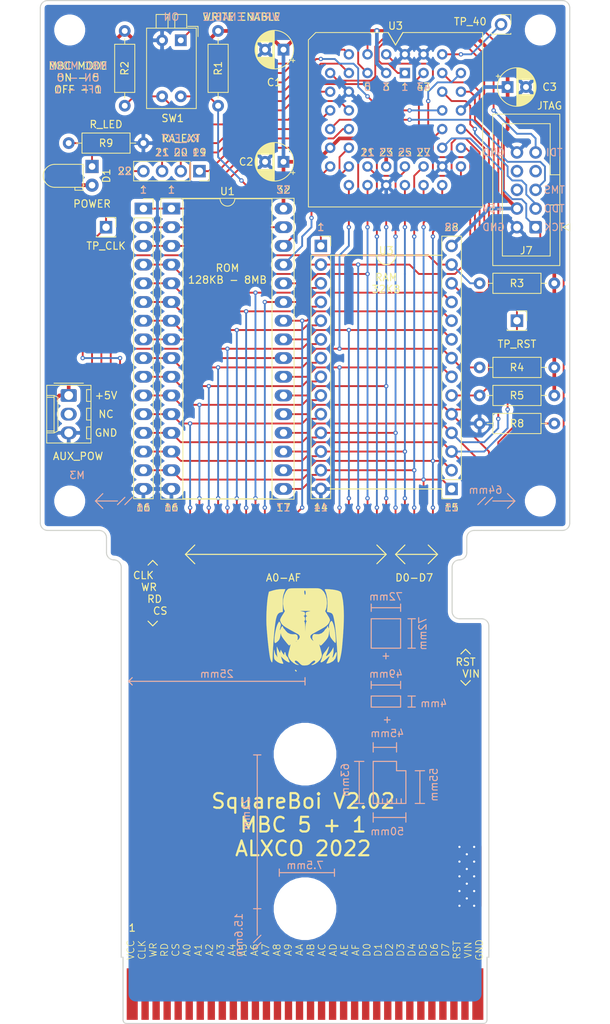
<source format=kicad_pcb>
(kicad_pcb (version 20171130) (host pcbnew "(5.1.7)-1")
  (title_block (title "GBC Cartridge MITM breakout") (date 2017-09-16) (rev 1) (company "© Kyra 'nonchip' Zimmer / me@nonchip.de"))
  (layers (0 F.Cu signal) (31 B.Cu signal) (34 B.Paste user) (35 F.Paste user) (36 B.SilkS user) (37 F.SilkS user) (38 B.Mask user) (39 F.Mask user) (44 Edge.Cuts user))
  (net 0 "")
  (net 1 +5V)
  (net 2 GND)
  (net 3 /D7)
  (net 4 /D6)
  (net 5 /D5)
  (net 6 /D4)
  (net 7 /D3)
  (net 8 /D2)
  (net 9 /D1)
  (net 10 /D0)
  (net 11 /A15)
  (net 12 /A14)
  (net 13 /A13)
  (net 14 /A12)
  (net 15 /A11)
  (net 16 /A10)
  (net 17 /A9)
  (net 18 /A8)
  (net 19 /A7)
  (net 20 /A6)
  (net 21 /A5)
  (net 22 /A4)
  (net 23 /A3)
  (net 24 /A2)
  (net 25 /A1)
  (net 26 /A0)
  (net 27 /TDI)
  (net 28 /TMS)
  (net 29 /TDO)
  (net 30 /TCK)
  (net 31 /RA17)
  (net 32 /RA14)
  (net 33 /RA15)
  (net 34 /RA16)
  (net 35 /RA18)
  (net 36 /AA14)
  (net 37 /AA13)
  (net 38 "Net-(D1-Pad1)")
  (net 39 /GBCLK)
  (net 40 /RS_N)
  (net 41 /CS_N)
  (net 42 /RD_N)
  (net 43 /WR_N)
  (net 44 /RAMCS_N)
  (net 45 /ROMWR_N)
  (net 46 /VIN)
  (net 47 /RA22)
  (net 48 /RA21)
  (net 49 /RA20)
  (net 50 /RA19)
  (net 51 "Net-(J7-Pad8)")
  (net 52 "Net-(J7-Pad6)")
  (net 53 "Net-(J7-Pad7)")
  (net 54 "Net-(J8-Pad2)")
  (net 55 /MODE)
  (net 56 /IO40)
  (module Connector_PinSocket_2.54mm:PinSocket_1x01_P2.54mm_Vertical (layer F.Cu) (at 83.82 63.5)
    (fp_text reference J12 hide)
    (fp_text value TP_RST (at 0 3.175) (layer F.SilkS))
    (pad 1 thru_hole rect (at 0 0) (size 1.7 1.7) (drill 1) (layers *.Cu *.Mask) (net 40 /RS_N))
  )
  (module MountingHole:MountingHole_8.4mm_M8 (layer F.Cu) (at 55 143.4)
    (fp_text reference REF** hide)
    (fp_text value MountingHole_8.4mm_M8)
    (pad "" np_thru_hole circle (at 0 0) (size 7.5 7.5) (drill 7.5) (layers *.Cu *.Mask))
  )
  (module MountingHole:MountingHole_8.4mm_M8 (layer F.Cu) (at 55 122.4)
    (fp_text reference REF** hide)
    (fp_text value MountingHole_8.4mm_M8)
    (pad "" np_thru_hole circle (at 0 0) (size 7.5 7.5) (drill 7.5) (layers *.Cu *.Mask))
  )
  (module Connector_Molex:Molex_KK-254_AE-6410-03A_1x03_P2.54mm_Vertical (layer F.Cu) (at 22.86 73.66 270)
    (fp_text reference J8 hide)
    (fp_text value AUX_POW)
    (pad 3 thru_hole oval (at 5.08 0 270) (size 1.74 2.19) (drill 1.19) (layers *.Cu *.Mask) (net 2 GND))
    (pad 2 thru_hole oval (at 2.54 0 270) (size 1.74 2.19) (drill 1.19) (layers *.Cu *.Mask) (net 54 "Net-(J8-Pad2)"))
    (pad 1 thru_hole roundrect (at 0 0 270) (size 1.74 2.19) (drill 1.19) (layers *.Cu *.Mask) (roundrect_rratio 0.1436775862068966) (net 1 +5V))
  )
  (module LED_THT:LED_D3.0mm_Horizontal_O1.27mm_Z2.0mm (layer F.Cu) (at 26.035 42.545 270)
    (fp_text reference D1 (at 1.27 -1.96 90) (layer F.SilkS))
    (fp_text value LED)
    (pad 2 thru_hole circle (at 2.54 0 270) (size 1.8 1.8) (drill 0.9) (layers *.Cu *.Mask) (net 1 +5V))
    (pad 1 thru_hole rect (at 0 0 270) (size 1.8 1.8) (drill 0.9) (layers *.Cu *.Mask) (net 38 "Net-(D1-Pad1)"))
  )
  (module Resistor_THT:R_Axial_DIN0207_L6.3mm_D2.5mm_P10.16mm_Horizontal (layer F.Cu) (at 22.86 39.37)
    (fp_text reference R9 (at 5.08 0) (layer F.SilkS))
    (fp_text value 20K)
    (pad 2 thru_hole oval (at 10.16 0) (size 1.6 1.6) (drill 0.8) (layers *.Cu *.Mask) (net 2 GND))
    (pad 1 thru_hole circle (at 0 0) (size 1.6 1.6) (drill 0.8) (layers *.Cu *.Mask) (net 38 "Net-(D1-Pad1)"))
  )
  (module Resistor_THT:R_Axial_DIN0207_L6.3mm_D2.5mm_P10.16mm_Horizontal (layer F.Cu) (at 88.9 77.47 180)
    (fp_text reference R8 (at 5.08 0) (layer F.SilkS))
    (fp_text value 20K)
    (pad 2 thru_hole oval (at 10.16 0 180) (size 1.6 1.6) (drill 0.8) (layers *.Cu *.Mask) (net 2 GND))
    (pad 1 thru_hole circle (at 0 0 180) (size 1.6 1.6) (drill 0.8) (layers *.Cu *.Mask) (net 30 /TCK))
  )
  (module Resistor_THT:R_Axial_DIN0207_L6.3mm_D2.5mm_P10.16mm_Horizontal (layer F.Cu) (at 88.9 73.66 180)
    (fp_text reference R5 (at 5.08 0) (layer F.SilkS))
    (fp_text value 20K)
    (pad 2 thru_hole oval (at 10.16 0 180) (size 1.6 1.6) (drill 0.8) (layers *.Cu *.Mask) (net 44 /RAMCS_N))
    (pad 1 thru_hole circle (at 0 0 180) (size 1.6 1.6) (drill 0.8) (layers *.Cu *.Mask) (net 1 +5V))
  )
  (module Resistor_THT:R_Axial_DIN0207_L6.3mm_D2.5mm_P10.16mm_Horizontal (layer F.Cu) (at 88.9 69.85 180)
    (fp_text reference R4 (at 5.08 0) (layer F.SilkS))
    (fp_text value 20K)
    (pad 2 thru_hole oval (at 10.16 0 180) (size 1.6 1.6) (drill 0.8) (layers *.Cu *.Mask) (net 42 /RD_N))
    (pad 1 thru_hole circle (at 0 0 180) (size 1.6 1.6) (drill 0.8) (layers *.Cu *.Mask) (net 1 +5V))
  )
  (module Resistor_THT:R_Axial_DIN0207_L6.3mm_D2.5mm_P10.16mm_Horizontal (layer F.Cu) (at 88.9 58.42 180)
    (fp_text reference R3 (at 5.08 0) (layer F.SilkS))
    (fp_text value 20K)
    (pad 2 thru_hole oval (at 10.16 0 180) (size 1.6 1.6) (drill 0.8) (layers *.Cu *.Mask) (net 43 /WR_N))
    (pad 1 thru_hole circle (at 0 0 180) (size 1.6 1.6) (drill 0.8) (layers *.Cu *.Mask) (net 1 +5V))
  )
  (module Resistor_THT:R_Axial_DIN0207_L6.3mm_D2.5mm_P10.16mm_Horizontal (layer F.Cu) (at 30.48 34.29 90)
    (fp_text reference R2 (at 5.08 0 90) (layer F.SilkS))
    (fp_text value 20K)
    (pad 2 thru_hole oval (at 10.16 0 90) (size 1.6 1.6) (drill 0.8) (layers *.Cu *.Mask) (net 1 +5V))
    (pad 1 thru_hole circle (at 0 0 90) (size 1.6 1.6) (drill 0.8) (layers *.Cu *.Mask) (net 55 /MODE))
  )
  (module Resistor_THT:R_Axial_DIN0207_L6.3mm_D2.5mm_P10.16mm_Horizontal (layer F.Cu) (at 43.18 24.13 270)
    (fp_text reference R1 (at 5.08 0 90) (layer F.SilkS))
    (fp_text value 20K)
    (pad 2 thru_hole oval (at 10.16 0 270) (size 1.6 1.6) (drill 0.8) (layers *.Cu *.Mask) (net 45 /ROMWR_N))
    (pad 1 thru_hole circle (at 0 0 270) (size 1.6 1.6) (drill 0.8) (layers *.Cu *.Mask) (net 1 +5V))
  )
  (module Button_Switch_THT:SW_DIP_SPSTx02_Piano_10.8x6.64mm_W7.62mm_P2.54mm (layer F.Cu) (at 38.1 25.4 270)
    (fp_text reference SW1 (at 10.6 1.1 180) (layer F.SilkS))
    (fp_text value SW_DIP_x02)
    (pad 4 thru_hole oval (at 7.62 0 270) (size 1.6 1.6) (drill 0.8) (layers *.Cu *.Mask) (net 45 /ROMWR_N))
    (pad 2 thru_hole oval (at 0 2.54 270) (size 1.6 1.6) (drill 0.8) (layers *.Cu *.Mask) (net 2 GND))
    (pad 3 thru_hole oval (at 7.62 2.54 270) (size 1.6 1.6) (drill 0.8) (layers *.Cu *.Mask) (net 55 /MODE))
    (pad 1 thru_hole rect (at 0 0 270) (size 1.6 1.6) (drill 0.8) (layers *.Cu *.Mask) (net 46 /VIN))
  )
  (module Connector_IDC:IDC-Header_2x05_P2.54mm_Vertical (layer F.Cu) (at 86.36 50.8 180)
    (fp_text reference J7 (at 1.27 -3.175) (layer F.SilkS))
    (fp_text value JTAG)
    (pad 10 thru_hole circle (at 2.54 10.16 180) (size 1.7 1.7) (drill 1) (layers *.Cu *.Mask) (net 2 GND))
    (pad 8 thru_hole circle (at 2.54 7.62 180) (size 1.7 1.7) (drill 1) (layers *.Cu *.Mask) (net 51 "Net-(J7-Pad8)"))
    (pad 6 thru_hole circle (at 2.54 5.08 180) (size 1.7 1.7) (drill 1) (layers *.Cu *.Mask) (net 52 "Net-(J7-Pad6)"))
    (pad 4 thru_hole circle (at 2.54 2.54 180) (size 1.7 1.7) (drill 1) (layers *.Cu *.Mask) (net 1 +5V))
    (pad 2 thru_hole circle (at 2.54 0 180) (size 1.7 1.7) (drill 1) (layers *.Cu *.Mask) (net 2 GND))
    (pad 9 thru_hole circle (at 0 10.16 180) (size 1.7 1.7) (drill 1) (layers *.Cu *.Mask) (net 27 /TDI))
    (pad 7 thru_hole circle (at 0 7.62 180) (size 1.7 1.7) (drill 1) (layers *.Cu *.Mask) (net 53 "Net-(J7-Pad7)"))
    (pad 5 thru_hole circle (at 0 5.08 180) (size 1.7 1.7) (drill 1) (layers *.Cu *.Mask) (net 28 /TMS))
    (pad 3 thru_hole circle (at 0 2.54 180) (size 1.7 1.7) (drill 1) (layers *.Cu *.Mask) (net 29 /TDO))
    (pad 1 thru_hole roundrect (at 0 0 180) (size 1.7 1.7) (drill 1) (layers *.Cu *.Mask) (roundrect_rratio 0.1470588235294118) (net 30 /TCK))
  )
  (module Connector_PinSocket_2.54mm:PinSocket_1x14_P2.54mm_Vertical (layer F.Cu) (at 74.93 86.36 180)
    (fp_text reference J6 hide)
    (fp_text value RAMC_R)
    (pad 14 thru_hole oval (at 0 33.02 180) (size 1.7 1.7) (drill 1) (layers *.Cu *.Mask) (net 1 +5V))
    (pad 13 thru_hole oval (at 0 30.48 180) (size 1.7 1.7) (drill 1) (layers *.Cu *.Mask) (net 43 /WR_N))
    (pad 12 thru_hole oval (at 0 27.94 180) (size 1.7 1.7) (drill 1) (layers *.Cu *.Mask) (net 37 /AA13))
    (pad 11 thru_hole oval (at 0 25.4 180) (size 1.7 1.7) (drill 1) (layers *.Cu *.Mask) (net 18 /A8))
    (pad 10 thru_hole oval (at 0 22.86 180) (size 1.7 1.7) (drill 1) (layers *.Cu *.Mask) (net 17 /A9))
    (pad 9 thru_hole oval (at 0 20.32 180) (size 1.7 1.7) (drill 1) (layers *.Cu *.Mask) (net 15 /A11))
    (pad 8 thru_hole oval (at 0 17.78 180) (size 1.7 1.7) (drill 1) (layers *.Cu *.Mask) (net 42 /RD_N))
    (pad 7 thru_hole oval (at 0 15.24 180) (size 1.7 1.7) (drill 1) (layers *.Cu *.Mask) (net 16 /A10))
    (pad 6 thru_hole oval (at 0 12.7 180) (size 1.7 1.7) (drill 1) (layers *.Cu *.Mask) (net 44 /RAMCS_N))
    (pad 5 thru_hole oval (at 0 10.16 180) (size 1.7 1.7) (drill 1) (layers *.Cu *.Mask) (net 3 /D7))
    (pad 4 thru_hole oval (at 0 7.62 180) (size 1.7 1.7) (drill 1) (layers *.Cu *.Mask) (net 4 /D6))
    (pad 3 thru_hole oval (at 0 5.08 180) (size 1.7 1.7) (drill 1) (layers *.Cu *.Mask) (net 5 /D5))
    (pad 2 thru_hole oval (at 0 2.54 180) (size 1.7 1.7) (drill 1) (layers *.Cu *.Mask) (net 6 /D4))
    (pad 1 thru_hole rect (at 0 0 180) (size 1.7 1.7) (drill 1) (layers *.Cu *.Mask) (net 7 /D3))
  )
  (module Connector_PinSocket_2.54mm:PinSocket_1x14_P2.54mm_Vertical (layer F.Cu) (at 57.15 53.34)
    (fp_text reference J5 hide)
    (fp_text value RAMC_L)
    (pad 14 thru_hole oval (at 0 33.02) (size 1.7 1.7) (drill 1) (layers *.Cu *.Mask) (net 2 GND))
    (pad 13 thru_hole oval (at 0 30.48) (size 1.7 1.7) (drill 1) (layers *.Cu *.Mask) (net 8 /D2))
    (pad 12 thru_hole oval (at 0 27.94) (size 1.7 1.7) (drill 1) (layers *.Cu *.Mask) (net 9 /D1))
    (pad 11 thru_hole oval (at 0 25.4) (size 1.7 1.7) (drill 1) (layers *.Cu *.Mask) (net 10 /D0))
    (pad 10 thru_hole oval (at 0 22.86) (size 1.7 1.7) (drill 1) (layers *.Cu *.Mask) (net 26 /A0))
    (pad 9 thru_hole oval (at 0 20.32) (size 1.7 1.7) (drill 1) (layers *.Cu *.Mask) (net 25 /A1))
    (pad 8 thru_hole oval (at 0 17.78) (size 1.7 1.7) (drill 1) (layers *.Cu *.Mask) (net 24 /A2))
    (pad 7 thru_hole oval (at 0 15.24) (size 1.7 1.7) (drill 1) (layers *.Cu *.Mask) (net 23 /A3))
    (pad 6 thru_hole oval (at 0 12.7) (size 1.7 1.7) (drill 1) (layers *.Cu *.Mask) (net 22 /A4))
    (pad 5 thru_hole oval (at 0 10.16) (size 1.7 1.7) (drill 1) (layers *.Cu *.Mask) (net 21 /A5))
    (pad 4 thru_hole oval (at 0 7.62) (size 1.7 1.7) (drill 1) (layers *.Cu *.Mask) (net 20 /A6))
    (pad 3 thru_hole oval (at 0 5.08) (size 1.7 1.7) (drill 1) (layers *.Cu *.Mask) (net 19 /A7))
    (pad 2 thru_hole oval (at 0 2.54) (size 1.7 1.7) (drill 1) (layers *.Cu *.Mask) (net 14 /A12))
    (pad 1 thru_hole rect (at 0 0) (size 1.7 1.7) (drill 1) (layers *.Cu *.Mask) (net 36 /AA14))
  )
  (module Connector_PinSocket_2.54mm:PinSocket_1x04_P2.54mm_Vertical (layer F.Cu) (at 40.64 43.18 270)
    (fp_text reference J4 hide)
    (fp_text value ROMC_C)
    (pad 4 thru_hole oval (at 0 7.62 270) (size 1.7 1.7) (drill 1) (layers *.Cu *.Mask) (net 47 /RA22))
    (pad 3 thru_hole oval (at 0 5.08 270) (size 1.7 1.7) (drill 1) (layers *.Cu *.Mask) (net 48 /RA21))
    (pad 2 thru_hole oval (at 0 2.54 270) (size 1.7 1.7) (drill 1) (layers *.Cu *.Mask) (net 49 /RA20))
    (pad 1 thru_hole rect (at 0 0 270) (size 1.7 1.7) (drill 1) (layers *.Cu *.Mask) (net 50 /RA19))
  )
  (module Connector_PinSocket_2.54mm:PinSocket_1x16_P2.54mm_Vertical (layer F.Cu) (at 33.02 48.26)
    (fp_text reference J2 hide)
    (fp_text value ROMC_L)
    (pad 16 thru_hole oval (at 0 38.1) (size 2.4 1.6) (drill 1) (layers *.Cu *.Mask) (net 2 GND))
    (pad 15 thru_hole oval (at 0 35.56) (size 2.4 1.6) (drill 1) (layers *.Cu *.Mask) (net 8 /D2))
    (pad 14 thru_hole oval (at 0 33.02) (size 2.4 1.6) (drill 1) (layers *.Cu *.Mask) (net 9 /D1))
    (pad 13 thru_hole oval (at 0 30.48) (size 2.4 1.6) (drill 1) (layers *.Cu *.Mask) (net 10 /D0))
    (pad 12 thru_hole oval (at 0 27.94) (size 2.4 1.6) (drill 1) (layers *.Cu *.Mask) (net 26 /A0))
    (pad 11 thru_hole oval (at 0 25.4) (size 2.4 1.6) (drill 1) (layers *.Cu *.Mask) (net 25 /A1))
    (pad 10 thru_hole oval (at 0 22.86) (size 2.4 1.6) (drill 1) (layers *.Cu *.Mask) (net 24 /A2))
    (pad 9 thru_hole oval (at 0 20.32) (size 2.4 1.6) (drill 1) (layers *.Cu *.Mask) (net 23 /A3))
    (pad 8 thru_hole oval (at 0 17.78) (size 2.4 1.6) (drill 1) (layers *.Cu *.Mask) (net 22 /A4))
    (pad 7 thru_hole oval (at 0 15.24) (size 2.4 1.6) (drill 1) (layers *.Cu *.Mask) (net 21 /A5))
    (pad 6 thru_hole oval (at 0 12.7) (size 2.4 1.6) (drill 1) (layers *.Cu *.Mask) (net 20 /A6))
    (pad 5 thru_hole oval (at 0 10.16) (size 2.4 1.6) (drill 1) (layers *.Cu *.Mask) (net 19 /A7))
    (pad 4 thru_hole oval (at 0 7.62) (size 2.4 1.6) (drill 1) (layers *.Cu *.Mask) (net 14 /A12))
    (pad 3 thru_hole oval (at 0 5.08) (size 2.4 1.6) (drill 1) (layers *.Cu *.Mask) (net 33 /RA15))
    (pad 2 thru_hole oval (at 0 2.54) (size 2.4 1.6) (drill 1) (layers *.Cu *.Mask) (net 34 /RA16))
    (pad 1 thru_hole rect (at 0 0) (size 2.4 1.6) (drill 1) (layers *.Cu *.Mask) (net 35 /RA18))
  )
  (module GBCartParts:logoboi (layer F.Cu) (at 55 105)
    (fp_text reference G*** hide)
    (fp_text value LOGO hide)
  )
  (module Connector_PinSocket_2.54mm:PinSocket_1x01_P2.54mm_Vertical (layer F.Cu) (at 27.94 50.8)
    (fp_text reference J10 hide)
    (fp_text value TP_CLK)
    (pad 1 thru_hole rect (at 0 0) (size 1.7 1.7) (drill 1) (layers *.Cu *.Mask) (net 39 /GBCLK))
  )
  (module Capacitor_THT:CP_Radial_D5.0mm_P2.50mm (layer F.Cu) (at 82.55 31.75)
    (fp_text reference C3 (at 5.715 0) (layer F.SilkS))
    (fp_text value 10nF)
    (pad 2 thru_hole circle (at 2.5 0) (size 1.6 1.6) (drill 0.8) (layers *.Cu *.Mask) (net 2 GND))
    (pad 1 thru_hole rect (at 0 0) (size 1.6 1.6) (drill 0.8) (layers *.Cu *.Mask) (net 1 +5V))
  )
  (module Connector_PinSocket_2.54mm:PinSocket_1x01_P2.54mm_Vertical (layer F.Cu) (at 81.661 23.241)
    (fp_text reference J11 hide)
    (fp_text value TP_40)
    (pad 1 thru_hole circle (at 0 0) (size 1.7 1.7) (drill 1) (layers *.Cu *.Mask) (net 56 /IO40))
  )
  (module Package_DIP:DIP-32_W15.24mm_Socket_LongPads (layer F.Cu) (at 36.83 48.26)
    (fp_text reference U1 (at 7.62 -2.33) (layer F.SilkS))
    (fp_text value SST39SF040)
    (pad 32 thru_hole oval (at 15.24 0) (size 2.4 1.6) (drill 1) (layers *.Cu *.Mask) (net 1 +5V))
    (pad 16 thru_hole oval (at 0 38.1) (size 2.4 1.6) (drill 1) (layers *.Cu *.Mask) (net 2 GND))
    (pad 31 thru_hole oval (at 15.24 2.54) (size 2.4 1.6) (drill 1) (layers *.Cu *.Mask) (net 45 /ROMWR_N))
    (pad 15 thru_hole oval (at 0 35.56) (size 2.4 1.6) (drill 1) (layers *.Cu *.Mask) (net 8 /D2))
    (pad 30 thru_hole oval (at 15.24 5.08) (size 2.4 1.6) (drill 1) (layers *.Cu *.Mask) (net 31 /RA17))
    (pad 14 thru_hole oval (at 0 33.02) (size 2.4 1.6) (drill 1) (layers *.Cu *.Mask) (net 9 /D1))
    (pad 29 thru_hole oval (at 15.24 7.62) (size 2.4 1.6) (drill 1) (layers *.Cu *.Mask) (net 32 /RA14))
    (pad 13 thru_hole oval (at 0 30.48) (size 2.4 1.6) (drill 1) (layers *.Cu *.Mask) (net 10 /D0))
    (pad 28 thru_hole oval (at 15.24 10.16) (size 2.4 1.6) (drill 1) (layers *.Cu *.Mask) (net 13 /A13))
    (pad 12 thru_hole oval (at 0 27.94) (size 2.4 1.6) (drill 1) (layers *.Cu *.Mask) (net 26 /A0))
    (pad 27 thru_hole oval (at 15.24 12.7) (size 2.4 1.6) (drill 1) (layers *.Cu *.Mask) (net 18 /A8))
    (pad 11 thru_hole oval (at 0 25.4) (size 2.4 1.6) (drill 1) (layers *.Cu *.Mask) (net 25 /A1))
    (pad 26 thru_hole oval (at 15.24 15.24) (size 2.4 1.6) (drill 1) (layers *.Cu *.Mask) (net 17 /A9))
    (pad 10 thru_hole oval (at 0 22.86) (size 2.4 1.6) (drill 1) (layers *.Cu *.Mask) (net 24 /A2))
    (pad 25 thru_hole oval (at 15.24 17.78) (size 2.4 1.6) (drill 1) (layers *.Cu *.Mask) (net 15 /A11))
    (pad 9 thru_hole oval (at 0 20.32) (size 2.4 1.6) (drill 1) (layers *.Cu *.Mask) (net 23 /A3))
    (pad 24 thru_hole oval (at 15.24 20.32) (size 2.4 1.6) (drill 1) (layers *.Cu *.Mask) (net 42 /RD_N))
    (pad 8 thru_hole oval (at 0 17.78) (size 2.4 1.6) (drill 1) (layers *.Cu *.Mask) (net 22 /A4))
    (pad 23 thru_hole oval (at 15.24 22.86) (size 2.4 1.6) (drill 1) (layers *.Cu *.Mask) (net 16 /A10))
    (pad 7 thru_hole oval (at 0 15.24) (size 2.4 1.6) (drill 1) (layers *.Cu *.Mask) (net 21 /A5))
    (pad 22 thru_hole oval (at 15.24 25.4) (size 2.4 1.6) (drill 1) (layers *.Cu *.Mask) (net 11 /A15))
    (pad 6 thru_hole oval (at 0 12.7) (size 2.4 1.6) (drill 1) (layers *.Cu *.Mask) (net 20 /A6))
    (pad 21 thru_hole oval (at 15.24 27.94) (size 2.4 1.6) (drill 1) (layers *.Cu *.Mask) (net 3 /D7))
    (pad 5 thru_hole oval (at 0 10.16) (size 2.4 1.6) (drill 1) (layers *.Cu *.Mask) (net 19 /A7))
    (pad 20 thru_hole oval (at 15.24 30.48) (size 2.4 1.6) (drill 1) (layers *.Cu *.Mask) (net 4 /D6))
    (pad 4 thru_hole oval (at 0 7.62) (size 2.4 1.6) (drill 1) (layers *.Cu *.Mask) (net 14 /A12))
    (pad 19 thru_hole oval (at 15.24 33.02) (size 2.4 1.6) (drill 1) (layers *.Cu *.Mask) (net 5 /D5))
    (pad 3 thru_hole oval (at 0 5.08) (size 2.4 1.6) (drill 1) (layers *.Cu *.Mask) (net 33 /RA15))
    (pad 18 thru_hole oval (at 15.24 35.56) (size 2.4 1.6) (drill 1) (layers *.Cu *.Mask) (net 6 /D4))
    (pad 2 thru_hole oval (at 0 2.54) (size 2.4 1.6) (drill 1) (layers *.Cu *.Mask) (net 34 /RA16))
    (pad 17 thru_hole oval (at 15.24 38.1) (size 2.4 1.6) (drill 1) (layers *.Cu *.Mask) (net 7 /D3))
    (pad 1 thru_hole rect (at 0 0) (size 2.4 1.6) (drill 1) (layers *.Cu *.Mask) (net 35 /RA18))
  )
  (module Package_LCC:PLCC-44_THT-Socket (layer F.Cu) (at 68.58 29.845)
    (fp_text reference U3 (at -1.27 -6.4) (layer F.SilkS))
    (fp_text value ATF1502AS-PLCC)
    (pad 39 thru_hole circle (at 7.62 0) (size 1.4224 1.4224) (drill 0.8) (layers *.Cu *.Mask) (net 14 /A12))
    (pad 37 thru_hole circle (at 7.62 2.54) (size 1.4224 1.4224) (drill 0.8) (layers *.Cu *.Mask) (net 4 /D6))
    (pad 35 thru_hole circle (at 7.62 5.08) (size 1.4224 1.4224) (drill 0.8) (layers *.Cu *.Mask) (net 1 +5V))
    (pad 33 thru_hole circle (at 7.62 7.62) (size 1.4224 1.4224) (drill 0.8) (layers *.Cu *.Mask) (net 3 /D7))
    (pad 31 thru_hole circle (at 7.62 10.16) (size 1.4224 1.4224) (drill 0.8) (layers *.Cu *.Mask) (net 37 /AA13))
    (pad 40 thru_hole circle (at 5.08 -2.54) (size 1.4224 1.4224) (drill 0.8) (layers *.Cu *.Mask) (net 56 /IO40))
    (pad 38 thru_hole circle (at 5.08 2.54) (size 1.4224 1.4224) (drill 0.8) (layers *.Cu *.Mask) (net 29 /TDO))
    (pad 36 thru_hole circle (at 5.08 5.08) (size 1.4224 1.4224) (drill 0.8) (layers *.Cu *.Mask) (net 55 /MODE))
    (pad 34 thru_hole circle (at 5.08 7.62) (size 1.4224 1.4224) (drill 0.8) (layers *.Cu *.Mask) (net 44 /RAMCS_N))
    (pad 32 thru_hole circle (at 5.08 10.16) (size 1.4224 1.4224) (drill 0.8) (layers *.Cu *.Mask) (net 30 /TCK))
    (pad 30 thru_hole circle (at 5.08 12.7) (size 1.4224 1.4224) (drill 0.8) (layers *.Cu *.Mask) (net 2 GND))
    (pad 28 thru_hole circle (at 5.08 15.24) (size 1.4224 1.4224) (drill 0.8) (layers *.Cu *.Mask) (net 7 /D3))
    (pad 26 thru_hole circle (at 2.54 15.24) (size 1.4224 1.4224) (drill 0.8) (layers *.Cu *.Mask) (net 8 /D2))
    (pad 24 thru_hole circle (at 0 15.24) (size 1.4224 1.4224) (drill 0.8) (layers *.Cu *.Mask) (net 10 /D0))
    (pad 22 thru_hole circle (at -2.54 15.24) (size 1.4224 1.4224) (drill 0.8) (layers *.Cu *.Mask) (net 2 GND))
    (pad 20 thru_hole circle (at -5.08 15.24) (size 1.4224 1.4224) (drill 0.8) (layers *.Cu *.Mask) (net 13 /A13))
    (pad 18 thru_hole circle (at -7.62 15.24) (size 1.4224 1.4224) (drill 0.8) (layers *.Cu *.Mask) (net 42 /RD_N))
    (pad 29 thru_hole circle (at 7.62 12.7) (size 1.4224 1.4224) (drill 0.8) (layers *.Cu *.Mask) (net 6 /D4))
    (pad 27 thru_hole circle (at 2.54 12.7) (size 1.4224 1.4224) (drill 0.8) (layers *.Cu *.Mask) (net 9 /D1))
    (pad 25 thru_hole circle (at 0 12.7) (size 1.4224 1.4224) (drill 0.8) (layers *.Cu *.Mask) (net 11 /A15))
    (pad 23 thru_hole circle (at -2.54 12.7) (size 1.4224 1.4224) (drill 0.8) (layers *.Cu *.Mask) (net 1 +5V))
    (pad 21 thru_hole circle (at -5.08 12.7) (size 1.4224 1.4224) (drill 0.8) (layers *.Cu *.Mask) (net 12 /A14))
    (pad 19 thru_hole circle (at -7.62 12.7) (size 1.4224 1.4224) (drill 0.8) (layers *.Cu *.Mask) (net 36 /AA14))
    (pad 17 thru_hole circle (at -10.16 12.7) (size 1.4224 1.4224) (drill 0.8) (layers *.Cu *.Mask) (net 31 /RA17))
    (pad 15 thru_hole circle (at -10.16 10.16) (size 1.4224 1.4224) (drill 0.8) (layers *.Cu *.Mask) (net 1 +5V))
    (pad 13 thru_hole circle (at -10.16 7.62) (size 1.4224 1.4224) (drill 0.8) (layers *.Cu *.Mask) (net 28 /TMS))
    (pad 11 thru_hole circle (at -10.16 5.08) (size 1.4224 1.4224) (drill 0.8) (layers *.Cu *.Mask) (net 34 /RA16))
    (pad 9 thru_hole circle (at -10.16 2.54) (size 1.4224 1.4224) (drill 0.8) (layers *.Cu *.Mask) (net 50 /RA19))
    (pad 7 thru_hole circle (at -10.16 0) (size 1.4224 1.4224) (drill 0.8) (layers *.Cu *.Mask) (net 27 /TDI))
    (pad 16 thru_hole circle (at -7.62 10.16) (size 1.4224 1.4224) (drill 0.8) (layers *.Cu *.Mask) (net 32 /RA14))
    (pad 14 thru_hole circle (at -7.62 7.62) (size 1.4224 1.4224) (drill 0.8) (layers *.Cu *.Mask) (net 33 /RA15))
    (pad 12 thru_hole circle (at -7.62 5.08) (size 1.4224 1.4224) (drill 0.8) (layers *.Cu *.Mask) (net 35 /RA18))
    (pad 10 thru_hole circle (at -7.62 2.54) (size 1.4224 1.4224) (drill 0.8) (layers *.Cu *.Mask) (net 2 GND))
    (pad 8 thru_hole circle (at -7.62 0) (size 1.4224 1.4224) (drill 0.8) (layers *.Cu *.Mask) (net 49 /RA20))
    (pad 42 thru_hole circle (at 2.54 -2.54) (size 1.4224 1.4224) (drill 0.8) (layers *.Cu *.Mask) (net 2 GND))
    (pad 44 thru_hole circle (at 0 -2.54) (size 1.4224 1.4224) (drill 0.8) (layers *.Cu *.Mask) (net 2 GND))
    (pad 6 thru_hole circle (at -7.62 -2.54) (size 1.4224 1.4224) (drill 0.8) (layers *.Cu *.Mask) (net 48 /RA21))
    (pad 4 thru_hole circle (at -5.08 -2.54) (size 1.4224 1.4224) (drill 0.8) (layers *.Cu *.Mask) (net 41 /CS_N))
    (pad 2 thru_hole circle (at -2.54 -2.54) (size 1.4224 1.4224) (drill 0.8) (layers *.Cu *.Mask) (net 43 /WR_N))
    (pad 41 thru_hole circle (at 5.08 0) (size 1.4224 1.4224) (drill 0.8) (layers *.Cu *.Mask) (net 5 /D5))
    (pad 43 thru_hole circle (at 2.54 0) (size 1.4224 1.4224) (drill 0.8) (layers *.Cu *.Mask) (net 39 /GBCLK))
    (pad 5 thru_hole circle (at -5.08 0) (size 1.4224 1.4224) (drill 0.8) (layers *.Cu *.Mask) (net 47 /RA22))
    (pad 3 thru_hole circle (at -2.54 0) (size 1.4224 1.4224) (drill 0.8) (layers *.Cu *.Mask) (net 1 +5V))
    (pad 1 thru_hole rect (at 0 0) (size 1.4224 1.4224) (drill 0.8) (layers *.Cu *.Mask) (net 40 /RS_N))
  )
  (module MountingHole:MountingHole_3.2mm_M3 (layer F.Cu) (at 87 24)
    (fp_text reference REF** hide)
    (fp_text value MountingHole_3.2mm_M3)
    (pad 1 np_thru_hole circle (at 0 0) (size 3.2 3.2) (drill 3.2) (layers *.Cu *.Mask))
  )
  (module MountingHole:MountingHole_3.2mm_M3 (layer F.Cu) (at 23 24)
    (fp_text reference REF** hide)
    (fp_text value MountingHole_3.2mm_M3)
    (pad 1 np_thru_hole circle (at 0 0) (size 3.2 3.2) (drill 3.2) (layers *.Cu *.Mask))
  )
  (module MountingHole:MountingHole_3.2mm_M3 (layer F.Cu) (at 23 88)
    (fp_text reference REF** hide)
    (fp_text value MountingHole_3.2mm_M3)
    (pad 1 np_thru_hole circle (at 0 0) (size 3.2 3.2) (drill 3.2) (layers *.Cu *.Mask))
  )
  (module MountingHole:MountingHole_3.2mm_M3 (layer F.Cu) (at 87 88)
    (fp_text reference REF** hide)
    (fp_text value MountingHole_3.2mm_M3)
    (pad 1 np_thru_hole circle (at 0 0) (size 3.2 3.2) (drill 3.2) (layers *.Cu *.Mask))
  )
  (module GBCartParts:GB_CART_FINGERS (layer F.Cu) (at 55 155)
    (fp_text reference J1 hide)
    (fp_text value GB-CART hide)
    (pad 32 smd rect (at 23.5 0) (size 1.5 7) (layers F.Cu F.Mask) (net 2 GND))
    (pad 31 smd rect (at 21.75 0) (size 1 7) (layers F.Cu F.Mask) (net 46 /VIN))
    (pad 30 smd rect (at 20.25 0) (size 1 7) (layers F.Cu F.Mask) (net 40 /RS_N))
    (pad 29 smd rect (at 18.75 0) (size 1 7) (layers F.Cu F.Mask) (net 3 /D7))
    (pad 28 smd rect (at 17.25 0) (size 1 7) (layers F.Cu F.Mask) (net 4 /D6))
    (pad 27 smd rect (at 15.75 0) (size 1 7) (layers F.Cu F.Mask) (net 5 /D5))
    (pad 26 smd rect (at 14.25 0) (size 1 7) (layers F.Cu F.Mask) (net 6 /D4))
    (pad 25 smd rect (at 12.75 0) (size 1 7) (layers F.Cu F.Mask) (net 7 /D3))
    (pad 24 smd rect (at 11.25 0) (size 1 7) (layers F.Cu F.Mask) (net 8 /D2))
    (pad 23 smd rect (at 9.75 0) (size 1 7) (layers F.Cu F.Mask) (net 9 /D1))
    (pad 22 smd rect (at 8.25 0) (size 1 7) (layers F.Cu F.Mask) (net 10 /D0))
    (pad 21 smd rect (at 6.75 0) (size 1 7) (layers F.Cu F.Mask) (net 11 /A15))
    (pad 20 smd rect (at 5.25 0) (size 1 7) (layers F.Cu F.Mask) (net 12 /A14))
    (pad 19 smd rect (at 3.75 0) (size 1 7) (layers F.Cu F.Mask) (net 13 /A13))
    (pad 18 smd rect (at 2.25 0) (size 1 7) (layers F.Cu F.Mask) (net 14 /A12))
    (pad 17 smd rect (at 0.75 0) (size 1 7) (layers F.Cu F.Mask) (net 15 /A11))
    (pad 16 smd rect (at -0.75 0) (size 1 7) (layers F.Cu F.Mask) (net 16 /A10))
    (pad 15 smd rect (at -2.25 0) (size 1 7) (layers F.Cu F.Mask) (net 17 /A9))
    (pad 14 smd rect (at -3.75 0) (size 1 7) (layers F.Cu F.Mask) (net 18 /A8))
    (pad 13 smd rect (at -5.25 0) (size 1 7) (layers F.Cu F.Mask) (net 19 /A7))
    (pad 12 smd rect (at -6.75 0) (size 1 7) (layers F.Cu F.Mask) (net 20 /A6))
    (pad 11 smd rect (at -8.25 0) (size 1 7) (layers F.Cu F.Mask) (net 21 /A5))
    (pad 10 smd rect (at -9.75 0) (size 1 7) (layers F.Cu F.Mask) (net 22 /A4))
    (pad 9 smd rect (at -11.25 0) (size 1 7) (layers F.Cu F.Mask) (net 23 /A3))
    (pad 8 smd rect (at -12.75 0) (size 1 7) (layers F.Cu F.Mask) (net 24 /A2))
    (pad 7 smd rect (at -14.25 0) (size 1 7) (layers F.Cu F.Mask) (net 25 /A1))
    (pad 6 smd rect (at -15.75 0) (size 1 7) (layers F.Cu F.Mask) (net 26 /A0))
    (pad 5 smd rect (at -17.25 0) (size 1 7) (layers F.Cu F.Mask) (net 41 /CS_N))
    (pad 4 smd rect (at -18.75 0) (size 1 7) (layers F.Cu F.Mask) (net 42 /RD_N))
    (pad 3 smd rect (at -20.25 0) (size 1 7) (layers F.Cu F.Mask) (net 43 /WR_N))
    (pad 2 smd rect (at -21.75 0) (size 1 7) (layers F.Cu F.Mask) (net 39 /GBCLK))
    (pad 1 smd rect (at -23.5 0) (size 1.5 7) (layers F.Cu F.Mask) (net 1 +5V))
  )
  (module Capacitor_THT:CP_Radial_D5.0mm_P2.50mm (layer F.Cu) (at 52.07 41.91 180)
    (fp_text reference C2 (at 5.08 0) (layer F.SilkS))
    (fp_text value 10nF)
    (pad 2 thru_hole circle (at 2.5 0 180) (size 1.6 1.6) (drill 0.8) (layers *.Cu *.Mask) (net 2 GND))
    (pad 1 thru_hole rect (at 0 0 180) (size 1.6 1.6) (drill 0.8) (layers *.Cu *.Mask) (net 1 +5V))
  )
  (module Capacitor_THT:CP_Radial_D5.0mm_P2.50mm (layer F.Cu) (at 52.07 26.67 180)
    (fp_text reference C1 (at 1.27 -4.445 180) (layer F.SilkS))
    (fp_text value 10nF)
    (pad 2 thru_hole circle (at 2.5 0 180) (size 1.6 1.6) (drill 0.8) (layers *.Cu *.Mask) (net 2 GND))
    (pad 1 thru_hole rect (at 0 0 180) (size 1.6 1.6) (drill 0.8) (layers *.Cu *.Mask) (net 1 +5V))
  )
  (gr_text ON (at 36.83 22.225) (layer B.SilkS) (effects (font (size 1 1)) (justify mirror)))
  (gr_text NC (at 27.94 76.2) (layer F.SilkS) (effects (font (size 1 1))))
  (gr_text R_LED (at 27.94 36.83) (layer F.SilkS) (effects (font (size 1 1))))
  (gr_text POWER (at 26.035 47.625) (layer F.SilkS) (effects (font (size 1 1))))
  (gr_text "MBC MODE\nON - 5\nOFF - 1" (at 24.13 30.48) (layer B.SilkS) (effects (font (size 1 1)) (justify mirror)))
  (gr_text "MBC MODE\nON - 5\nOFF - 1" (at 24.13 30.48) (layer F.SilkS) (effects (font (size 1 1))))
  (gr_text "WRITE ENABLE" (at 46.355 22.225) (layer B.SilkS) (effects (font (size 1 1)) (justify mirror)))
  (gr_text RA_EXT (at 38.1 38.735) (layer B.SilkS) (effects (font (size 1 1)) (justify mirror)))
  (gr_text "WRITE ENABLE" (at 46.355 22.225) (layer F.SilkS) (effects (font (size 1 1))))
  (gr_text GND (at 27.94 78.74) (layer F.SilkS) (effects (font (size 1 1))))
  (gr_text +5V (at 27.94 73.66) (layer F.SilkS) (effects (font (size 1 1))))
  (gr_text AUX_POW (at 24.13 81.915) (layer F.SilkS) (effects (font (size 1 1))))
  (gr_text TP_40 (at 77.47 22.86) (layer F.SilkS) (effects (font (size 1 1))))
  (gr_text TP_CLK (at 27.94 53.34) (layer F.SilkS) (effects (font (size 1 1))))
  (gr_text 21 (at 35.56 40.64) (layer B.SilkS) (effects (font (size 1 1)) (justify mirror)))
  (gr_text 22 (at 30.48 43.18) (layer B.SilkS) (effects (font (size 1 1)) (justify mirror)))
  (gr_text RA_EXT (at 38.1 38.735) (layer F.SilkS) (effects (font (size 1 1))))
  (gr_text 22 (at 30.48 43.18) (layer F.SilkS) (effects (font (size 1 1))))
  (gr_text 21 (at 35.56 40.64) (layer F.SilkS) (effects (font (size 1 1))))
  (gr_text 20 (at 38.1 40.64) (layer F.SilkS) (effects (font (size 1 1))))
  (gr_text 19 (at 40.64 40.64) (layer F.SilkS) (effects (font (size 1 1))))
  (gr_text 20 (at 38.1 40.64) (layer B.SilkS) (effects (font (size 1 1)) (justify mirror)))
  (gr_text 19 (at 40.64 40.64) (layer B.SilkS) (effects (font (size 1 1)) (justify mirror)))
  (gr_text GND (at 80.645 40.64) (layer B.SilkS) (effects (font (size 1 1)) (justify mirror)))
  (gr_text GND (at 80.645 50.8) (layer B.SilkS) (effects (font (size 1 1)) (justify mirror)))
  (gr_text +5V (at 80.645 48.26) (layer B.SilkS) (effects (font (size 1 1)) (justify mirror)))
  (gr_text TCK (at 88.9 50.8) (layer B.SilkS) (effects (font (size 1 1)) (justify mirror)))
  (gr_text TDO (at 88.9 48.26) (layer B.SilkS) (effects (font (size 1 1)) (justify mirror)))
  (gr_text TMS (at 88.9 45.72) (layer B.SilkS) (effects (font (size 1 1)) (justify mirror)))
  (gr_text TDI (at 88.9 40.64) (layer B.SilkS) (effects (font (size 1 1)) (justify mirror)))
  (gr_text "RAM\n32KB" (at 66.04 58.42) (layer F.SilkS) (effects (font (size 1 1))))
  (gr_text "ROM\n128KB - 8MB" (at 44.45 57.15) (layer F.SilkS) (effects (font (size 1 1))))
  (gr_text JTAG (at 88.265 34.29) (layer F.SilkS) (effects (font (size 1 1))))
  (gr_text 4mm (at 72.5 115.5) (layer B.SilkS) (effects (font (size 1 1)) (justify mirror)))
  (gr_line (start 69.5 116) (end 69.5 114.5) (layer B.SilkS) (width 0.15))
  (gr_line (start 69 116) (end 70 116) (layer B.SilkS) (width 0.15))
  (gr_line (start 69 114.5) (end 70 114.5) (layer B.SilkS) (width 0.15))
  (gr_text 49mm (at 66 111.5) (layer B.SilkS) (effects (font (size 1 1)) (justify mirror)))
  (gr_line (start 64 113) (end 68 113) (layer B.SilkS) (width 0.15))
  (gr_line (start 68 113.5) (end 68 112.5) (layer B.SilkS) (width 0.15))
  (gr_line (start 64 113.5) (end 64 112.5) (layer B.SilkS) (width 0.15))
  (gr_line (start 64 116) (end 64 114.5) (layer B.SilkS) (width 0.15))
  (gr_line (start 68 116) (end 64 116) (layer B.SilkS) (width 0.15))
  (gr_line (start 68 114.5) (end 68 116) (layer B.SilkS) (width 0.15))
  (gr_line (start 64 114.5) (end 68 114.5) (layer B.SilkS) (width 0.15))
  (gr_text + (at 66 109) (layer B.SilkS) (effects (font (size 1 1)) (justify mirror)))
  (gr_line (start 29.5 88.5) (end 30.5 87.5) (layer B.SilkS) (width 0.15))
  (gr_line (start 30.5 88.5) (end 31.5 87.5) (layer B.SilkS) (width 0.15))
  (gr_line (start 79.5 87.5) (end 78.5 88.5) (layer B.SilkS) (width 0.15))
  (gr_line (start 80.5 87.5) (end 79.5 88.5) (layer B.SilkS) (width 0.15))
  (gr_text 16 (at 33.02 88.9) (layer F.SilkS) (effects (font (size 1 1))))
  (gr_text 16 (at 33.02 88.9) (layer B.SilkS) (effects (font (size 1 1)) (justify mirror)))
  (gr_text 1 (at 33.02 45.72) (layer B.SilkS) (effects (font (size 1 1)) (justify mirror)))
  (gr_text 1 (at 33.02 45.72) (layer F.SilkS) (effects (font (size 1 1))))
  (gr_line (start 73.025 95.25) (end 71.755 96.52) (layer F.SilkS) (width 0.15))
  (gr_line (start 67.31 95.25) (end 68.58 96.52) (layer F.SilkS) (width 0.15))
  (gr_line (start 66.04 95.25) (end 64.77 96.52) (layer F.SilkS) (width 0.15))
  (gr_text 16 (at 36.83 88.9) (layer B.SilkS) (effects (font (size 1 1)) (justify mirror)))
  (gr_text 16 (at 36.83 88.9) (layer F.SilkS) (effects (font (size 1 1))))
  (gr_line (start 28 93) (end 28 95) (layer Edge.Cuts) (width 0.15))
  (gr_arc (start 27 93) (end 28 93) (angle -90) (layer Edge.Cuts) (width 0.15))
  (gr_arc (start 78 93) (end 78 92) (angle -90) (layer Edge.Cuts) (width 0.15))
  (gr_line (start 77 95) (end 77 93) (layer Edge.Cuts) (width 0.15))
  (gr_arc (start 29 95) (end 28 95) (angle -90) (layer Edge.Cuts) (width 0.15))
  (gr_arc (start 76 95) (end 76 96) (angle -90) (layer Edge.Cuts) (width 0.15))
  (gr_line (start 53.7 111) (end 53.8 111.1) (layer F.SilkS) (width 0.15))
  (gr_text 1 (at 31.5 146) (layer F.SilkS) (effects (font (size 1 1))))
  (gr_line (start 67.31 26.035) (end 68.31 24.345) (layer F.SilkS) (width 0.15))
  (gr_line (start 66.31 24.345) (end 67.31 26.035) (layer F.SilkS) (width 0.15))
  (gr_text "VCC\nCLK\nWR\nRD\nCS\nA0\nA1\nA2\nA3\nA4\nA5\nA6\nA7\nA8\nA9\nAA\nAB\nAC\nAD\nAE\nAF\nD0\nD1\nD2\nD3\nD4\nD5\nD6\nD7\nRST\nVIN\nGND" (at 55 149 90) (layer F.SilkS) (effects (font (size 0.95 0.95) (thickness 0.1))))
  (gr_text 21mm (at 47 130.5 90) (layer B.SilkS) (effects (font (size 1 1)) (justify mirror)))
  (gr_text 15.6mm (at 46 147 90) (layer B.SilkS) (effects (font (size 1 1)) (justify mirror)))
  (gr_text 25mm (at 43 111.5) (layer B.SilkS) (effects (font (size 1 1)) (justify mirror)))
  (gr_line (start 31 112.5) (end 31.5 113) (layer B.SilkS) (width 0.15))
  (gr_line (start 31 112.5) (end 31.5 112) (layer B.SilkS) (width 0.15))
  (gr_line (start 55 112.5) (end 31 112.5) (layer B.SilkS) (width 0.15))
  (gr_line (start 55 112) (end 55 113) (layer B.SilkS) (width 0.15))
  (gr_text 7.5mm (at 55 137.5) (layer B.SilkS) (effects (font (size 1 1)) (justify mirror)))
  (gr_line (start 48 149) (end 49 148) (layer B.SilkS) (width 0.15))
  (gr_line (start 48 148) (end 49 147) (layer B.SilkS) (width 0.15))
  (gr_line (start 48.5 147) (end 48.5 122.5) (layer B.SilkS) (width 0.15))
  (gr_line (start 49 122.5) (end 48 122.5) (layer B.SilkS) (width 0.15))
  (gr_line (start 49 143.4) (end 48 143.4) (layer B.SilkS) (width 0.15))
  (gr_line (start 51.5 138.5) (end 59 138.5) (layer B.SilkS) (width 0.15))
  (gr_line (start 51.5 139) (end 51.5 138) (layer B.SilkS) (width 0.15))
  (gr_line (start 59 139) (end 59 138) (layer B.SilkS) (width 0.15))
  (gr_text 50mm (at 66.175 132.905) (layer B.SilkS) (effects (font (size 1 1)) (justify mirror)))
  (gr_text 45mm (at 66.175 119.57) (layer B.SilkS) (effects (font (size 1 1)) (justify mirror)))
  (gr_text 55mm (at 72.525 126.555 90) (layer B.SilkS) (effects (font (size 1 1)) (justify mirror)))
  (gr_text 63mm (at 60.46 125.92 90) (layer B.SilkS) (effects (font (size 1 1)) (justify mirror)))
  (gr_line (start 68.715 130.365) (end 68.715 131.635) (layer B.SilkS) (width 0.15))
  (gr_line (start 64.27 131) (end 68.715 131) (layer B.SilkS) (width 0.15))
  (gr_line (start 64.27 130.365) (end 64.27 131.635) (layer B.SilkS) (width 0.15))
  (gr_line (start 61.73 129.095) (end 63 129.095) (layer B.SilkS) (width 0.15))
  (gr_line (start 61.73 123.38) (end 63 123.38) (layer B.SilkS) (width 0.15))
  (gr_line (start 62.365 129.095) (end 62.365 123.38) (layer B.SilkS) (width 0.15))
  (gr_line (start 67.445 122.11) (end 67.445 120.84) (layer B.SilkS) (width 0.15))
  (gr_line (start 64.27 121.475) (end 67.445 121.475) (layer B.SilkS) (width 0.15))
  (gr_line (start 64.27 122.11) (end 64.27 120.84) (layer B.SilkS) (width 0.15))
  (gr_line (start 69.985 129.095) (end 71.255 129.095) (layer B.SilkS) (width 0.15))
  (gr_line (start 70.62 124.65) (end 70.62 129.095) (layer B.SilkS) (width 0.15))
  (gr_line (start 69.985 124.65) (end 71.255 124.65) (layer B.SilkS) (width 0.15))
  (gr_text + (at 66.175 117.665) (layer B.SilkS) (effects (font (size 1 1)) (justify mirror)))
  (gr_line (start 64.905 128.46) (end 64.905 129.095) (layer B.SilkS) (width 0.15))
  (gr_line (start 65.54 128.46) (end 65.54 129.095) (layer B.SilkS) (width 0.15))
  (gr_line (start 66.175 129.095) (end 66.175 128.46) (layer B.SilkS) (width 0.15))
  (gr_line (start 68.08 129.095) (end 68.08 128.46) (layer B.SilkS) (width 0.15))
  (gr_line (start 66.81 129.095) (end 66.81 128.46) (layer B.SilkS) (width 0.15))
  (gr_line (start 67.445 129.095) (end 67.445 128.46) (layer B.SilkS) (width 0.15))
  (gr_line (start 64.27 123.38) (end 67.445 123.38) (layer B.SilkS) (width 0.15))
  (gr_line (start 64.27 129.095) (end 64.27 123.38) (layer B.SilkS) (width 0.15))
  (gr_line (start 68.715 129.095) (end 64.27 129.095) (layer B.SilkS) (width 0.15))
  (gr_line (start 68.715 124.65) (end 68.715 129.095) (layer B.SilkS) (width 0.15))
  (gr_line (start 67.445 124.65) (end 68.715 124.65) (layer B.SilkS) (width 0.15))
  (gr_line (start 67.445 123.38) (end 67.445 124.65) (layer B.SilkS) (width 0.15))
  (gr_text 27 (at 71.12 40.64) (layer F.SilkS) (effects (font (size 1 1))))
  (gr_text 25 (at 68.58 40.64) (layer F.SilkS) (effects (font (size 1 1))))
  (gr_text 23 (at 66.04 40.64) (layer F.SilkS) (effects (font (size 1 1))))
  (gr_text 21 (at 63.5 40.64) (layer F.SilkS) (effects (font (size 1 1))))
  (gr_text 21 (at 63.5 40.64) (layer B.SilkS) (effects (font (size 1 1)) (justify mirror)))
  (gr_text 23 (at 66.04 40.64) (layer B.SilkS) (effects (font (size 1 1)) (justify mirror)))
  (gr_text 25 (at 68.58 40.64) (layer B.SilkS) (effects (font (size 1 1)) (justify mirror)))
  (gr_text 27 (at 71.12 40.64) (layer B.SilkS) (effects (font (size 1 1)) (justify mirror)))
  (gr_text 43 (at 71.12 31.75) (layer B.SilkS) (effects (font (size 1 1)) (justify mirror)))
  (gr_text 43 (at 71.12 31.75) (layer F.SilkS) (effects (font (size 1 1))))
  (gr_text 5 (at 63.5 31.75) (layer F.SilkS) (effects (font (size 1 1))))
  (gr_text 3 (at 66.04 31.75) (layer F.SilkS) (effects (font (size 1 1))))
  (gr_text M3 (at 24 84.5) (layer B.SilkS) (effects (font (size 1 1)) (justify mirror)))
  (gr_line (start 34.29 104.965) (end 33.655 104.33) (layer F.SilkS) (width 0.15))
  (gr_line (start 34.29 104.965) (end 34.925 104.33) (layer F.SilkS) (width 0.15))
  (gr_line (start 34.29 96.075) (end 34.925 96.71) (layer F.SilkS) (width 0.15))
  (gr_line (start 34.29 96.075) (end 33.655 96.71) (layer F.SilkS) (width 0.15))
  (gr_text "CLK\n  WR\n     RD \n      CS" (at 33.02 100.52) (layer F.SilkS) (effects (font (size 1 1))))
  (gr_line (start 76.835 113.03) (end 76.2 112.395) (layer F.SilkS) (width 0.15))
  (gr_line (start 77.47 112.395) (end 76.835 113.03) (layer F.SilkS) (width 0.15))
  (gr_line (start 76.835 108.14) (end 76.2 108.775) (layer F.SilkS) (width 0.15))
  (gr_line (start 76.835 108.14) (end 77.47 108.775) (layer F.SilkS) (width 0.15))
  (gr_text "RST\n  VIN" (at 76.835 110.68) (layer F.SilkS) (effects (font (size 1 1))))
  (gr_text 32 (at 52.07 45.72) (layer B.SilkS) (effects (font (size 1 1)) (justify mirror)))
  (gr_text 1 (at 36.83 45.72) (layer B.SilkS) (effects (font (size 1 1)) (justify mirror)))
  (gr_text 1 (at 57.15 50.8) (layer B.SilkS) (effects (font (size 1 1)) (justify mirror)))
  (gr_text 28 (at 74.93 50.8) (layer B.SilkS) (effects (font (size 1 1)) (justify mirror)))
  (gr_text 15 (at 74.93 88.9) (layer B.SilkS) (effects (font (size 1 1)) (justify mirror)))
  (gr_text 14 (at 57.15 88.9) (layer B.SilkS) (effects (font (size 1 1)) (justify mirror)))
  (gr_text 17 (at 52.07 88.9) (layer B.SilkS) (effects (font (size 1 1)) (justify mirror)))
  (gr_text 1 (at 68.58 31.75) (layer F.SilkS) (effects (font (size 1 1))))
  (gr_text 5 (at 63.5 31.75) (layer B.SilkS) (effects (font (size 1 1)) (justify mirror)))
  (gr_text 3 (at 66.04 31.75) (layer B.SilkS) (effects (font (size 1 1)) (justify mirror)))
  (gr_text 1 (at 68.58 31.75) (layer B.SilkS) (effects (font (size 1 1)) (justify mirror)))
  (gr_text U3 (at 66.04 53.975) (layer F.SilkS) (effects (font (size 1 1))))
  (gr_arc (start 66.04 54.61) (end 64.77 54.61) (angle -180) (layer F.SilkS) (width 0.15))
  (gr_line (start 73.66 86.36) (end 58.42 86.36) (layer F.SilkS) (width 0.15))
  (gr_line (start 58.48 54.61) (end 73.66 54.61) (layer F.SilkS) (width 0.15))
  (gr_text 32 (at 52.07 45.72) (layer F.SilkS) (effects (font (size 1 1))))
  (gr_text 1 (at 57.15 50.8) (layer F.SilkS) (effects (font (size 1 1))))
  (gr_text 28 (at 74.93 50.8) (layer F.SilkS) (effects (font (size 1 1))))
  (gr_text 15 (at 74.93 88.9) (layer F.SilkS) (effects (font (size 1 1))))
  (gr_text 14 (at 57.15 88.9) (layer F.SilkS) (effects (font (size 1 1))))
  (gr_text 17 (at 52.07 88.9) (layer F.SilkS) (effects (font (size 1 1))))
  (gr_text 1 (at 36.83 45.72) (layer F.SilkS) (effects (font (size 1 1))))
  (gr_text 72mm (at 71 106 90) (layer B.SilkS) (effects (font (size 1 1)) (justify mirror)))
  (gr_text 72mm (at 66 101) (layer B.SilkS) (effects (font (size 1 1)) (justify mirror)))
  (gr_line (start 64 102.5) (end 68 102.5) (layer B.SilkS) (width 0.15))
  (gr_line (start 68 103) (end 68 102) (layer B.SilkS) (width 0.15))
  (gr_line (start 64 103) (end 64 102) (layer B.SilkS) (width 0.15))
  (gr_line (start 69.5 108) (end 69.5 104) (layer B.SilkS) (width 0.15))
  (gr_line (start 69 108) (end 70 108) (layer B.SilkS) (width 0.15))
  (gr_line (start 69 104) (end 70 104) (layer B.SilkS) (width 0.15))
  (gr_line (start 64 104) (end 64 108) (layer B.SilkS) (width 0.15))
  (gr_line (start 68 104) (end 64 104) (layer B.SilkS) (width 0.15))
  (gr_line (start 68 108) (end 68 104) (layer B.SilkS) (width 0.15))
  (gr_line (start 64 108) (end 68 108) (layer B.SilkS) (width 0.15))
  (gr_text 64mm (at 79.54 86.5) (layer B.SilkS) (effects (font (size 1 1)) (justify mirror)))
  (gr_line (start 83.54 88) (end 80.54 88) (layer B.SilkS) (width 0.15))
  (gr_line (start 83.54 88) (end 82.54 89) (layer B.SilkS) (width 0.15))
  (gr_line (start 83.54 88) (end 82.54 87) (layer B.SilkS) (width 0.15))
  (gr_line (start 26.5 88) (end 27.5 89) (layer B.SilkS) (width 0.15))
  (gr_line (start 26.5 88) (end 27.5 87) (layer B.SilkS) (width 0.15))
  (gr_line (start 26.5 88) (end 29.5 88) (layer B.SilkS) (width 0.15))
  (gr_text D0-D7 (at 69.85 98.425) (layer F.SilkS) (effects (font (size 1 1))))
  (gr_text A0-AF (at 52.07 98.425) (layer F.SilkS) (effects (font (size 1 1))))
  (gr_line (start 73.025 95.25) (end 71.755 93.98) (layer F.SilkS) (width 0.15))
  (gr_line (start 67.31 95.25) (end 73.025 95.25) (layer F.SilkS) (width 0.15))
  (gr_line (start 67.31 95.25) (end 68.58 93.98) (layer F.SilkS) (width 0.15))
  (gr_line (start 66.04 95.25) (end 64.77 93.98) (layer F.SilkS) (width 0.15))
  (gr_line (start 38.735 95.25) (end 40.005 96.52) (layer F.SilkS) (width 0.15))
  (gr_line (start 40.005 93.98) (end 38.735 95.25) (layer F.SilkS) (width 0.15))
  (gr_line (start 38.735 95.25) (end 66.04 95.25) (layer F.SilkS) (width 0.15))
  (gr_arc (start 20 91) (end 19 91) (angle -90) (layer Edge.Cuts) (width 0.15))
  (gr_line (start 27 92) (end 20 92) (layer Edge.Cuts) (width 0.15))
  (gr_line (start 19 91) (end 19 21) (layer Edge.Cuts) (width 0.15))
  (gr_line (start 90 92) (end 79 92) (layer Edge.Cuts) (width 0.15))
  (gr_arc (start 29 97) (end 30 97) (angle -90) (layer Edge.Cuts) (width 0.15))
  (gr_text "SquareBoi V2.02\nMBC 5 + 1\nALXCO 2022" (at 54.75 132) (layer F.SilkS) (effects (font (size 2 2) (thickness 0.3))))
  (gr_line (start 90 20) (end 20 20) (layer Edge.Cuts) (width 0.15))
  (gr_arc (start 90 21) (end 91 21) (angle -90) (layer Edge.Cuts) (width 0.15))
  (gr_line (start 91 91) (end 91 21) (layer Edge.Cuts) (width 0.15))
  (gr_arc (start 20 21) (end 20 20) (angle -90) (layer Edge.Cuts) (width 0.15))
  (gr_arc (start 90 91) (end 90 92) (angle -90) (layer Edge.Cuts) (width 0.15))
  (gr_line (start 78 92) (end 79 92) (layer Edge.Cuts) (width 0.15))
  (gr_arc (start 76 97) (end 76 96) (angle -90) (layer Edge.Cuts) (width 0.15))
  (gr_line (start 75 103) (end 75 97) (layer Edge.Cuts) (width 0.15))
  (gr_arc (start 76 103) (end 75 103) (angle -90) (layer Edge.Cuts) (width 0.15))
  (gr_arc (start 79 105) (end 80 105) (angle -90) (layer Edge.Cuts) (width 0.15))
  (gr_line (start 76 104) (end 79 104) (layer Edge.Cuts) (width 0.15))
  (gr_line (start 79.75 150) (end 80 150) (layer Edge.Cuts) (width 0.15))
  (gr_line (start 30.25 150) (end 30 150) (layer Edge.Cuts) (width 0.15))
  (gr_arc (start 79.25 158.5) (end 79.25 159) (angle -90) (layer Edge.Cuts) (width 0.15))
  (gr_arc (start 30.75 158.5) (end 30.25 158.5) (angle -90) (layer Edge.Cuts) (width 0.15))
  (gr_line (start 30.25 150) (end 30.25 158.5) (layer Edge.Cuts) (width 0.15))
  (gr_line (start 79.75 150) (end 79.75 158.5) (layer Edge.Cuts) (width 0.15))
  (gr_line (start 30 150) (end 30 97) (angle 90) (layer Edge.Cuts) (width 0.15))
  (gr_line (start 80 150) (end 80 105) (angle 90) (layer Edge.Cuts) (width 0.15))
  (gr_line (start 30.75 159) (end 79.25 159) (angle 90) (layer Edge.Cuts) (width 0.15))
  (segment (start 52.07 41.91) (end 52.07 48.26) (width 0.5) (layer F.Cu) (net 1))
  (segment (start 56.515 41.91) (end 58.42 40.005) (width 0.5) (layer F.Cu) (net 1))
  (segment (start 52.07 41.91) (end 56.515 41.91) (width 0.5) (layer F.Cu) (net 1))
  (segment (start 66.04 39.37) (end 66.04 42.545) (width 0.5) (layer F.Cu) (net 1))
  (segment (start 52.07 26.67) (end 54.61 24.13) (width 0.5) (layer F.Cu) (net 1))
  (segment (start 54.61 24.13) (end 64.77 24.13) (width 0.5) (layer F.Cu) (net 1))
  (segment (start 64.77 24.13) (end 64.77 24.13) (width 0.5) (layer F.Cu) (net 1))
  (via (at 64.77 24.13) (size 0.8) (drill 0.4) (layers F.Cu B.Cu) (net 1))
  (segment (start 64.77 28.575) (end 66.04 29.845) (width 0.5) (layer B.Cu) (net 1))
  (segment (start 64.77 24.13) (end 64.77 28.575) (width 0.5) (layer B.Cu) (net 1))
  (segment (start 58.42 40.005) (end 59.69 38.735) (width 0.5) (layer F.Cu) (net 1))
  (segment (start 65.405 38.735) (end 66.04 39.37) (width 0.5) (layer F.Cu) (net 1))
  (segment (start 59.69 38.735) (end 65.405 38.735) (width 0.5) (layer F.Cu) (net 1))
  (segment (start 79.375 31.75) (end 82.55 31.75) (width 0.5) (layer B.Cu) (net 1))
  (segment (start 76.2 34.925) (end 79.375 31.75) (width 0.5) (layer B.Cu) (net 1))
  (segment (start 52.07 26.67) (end 49.53 24.13) (width 0.5) (layer F.Cu) (net 1))
  (segment (start 46.99 24.13) (end 49.53 24.13) (width 0.5) (layer F.Cu) (net 1))
  (segment (start 52.07 36.83) (end 52.07 41.91) (width 0.5) (layer B.Cu) (net 1))
  (segment (start 52.07 26.67) (end 52.07 36.83) (width 0.5) (layer B.Cu) (net 1))
  (segment (start 83.82 48.26) (end 81.915 46.355) (width 0.5) (layer F.Cu) (net 1))
  (segment (start 81.915 46.355) (end 81.915 38.1) (width 0.5) (layer F.Cu) (net 1))
  (segment (start 81.915 38.1) (end 82.55 37.465) (width 0.5) (layer F.Cu) (net 1))
  (segment (start 82.55 37.465) (end 82.55 34.29) (width 0.5) (layer F.Cu) (net 1))
  (segment (start 82.55 29.21) (end 82.55 31.75) (width 0.5) (layer F.Cu) (net 1))
  (segment (start 77.47 24.13) (end 82.55 29.21) (width 0.5) (layer F.Cu) (net 1))
  (segment (start 64.77 24.13) (end 77.47 24.13) (width 0.5) (layer F.Cu) (net 1))
  (segment (start 30.48 24.13) (end 33.655 27.305) (width 0.5) (layer F.Cu) (net 1))
  (segment (start 33.655 27.305) (end 40.005 27.305) (width 0.5) (layer F.Cu) (net 1))
  (segment (start 40.005 27.305) (end 43.18 24.13) (width 0.5) (layer F.Cu) (net 1))
  (segment (start 43.18 24.13) (end 46.99 24.13) (width 0.5) (layer F.Cu) (net 1))
  (segment (start 80.01 48.26) (end 74.93 53.34) (width 0.5) (layer B.Cu) (net 1))
  (segment (start 83.82 48.26) (end 80.01 48.26) (width 0.5) (layer B.Cu) (net 1))
  (segment (start 82.55 33.655) (end 87.63 33.655) (width 0.5) (layer F.Cu) (net 1))
  (segment (start 82.55 31.75) (end 82.55 33.655) (width 0.5) (layer F.Cu) (net 1))
  (segment (start 82.55 33.655) (end 82.55 34.29) (width 0.5) (layer F.Cu) (net 1))
  (segment (start 88.9 34.925) (end 88.9 58.42) (width 0.5) (layer F.Cu) (net 1))
  (segment (start 87.63 33.655) (end 88.9 34.925) (width 0.5) (layer F.Cu) (net 1))
  (segment (start 88.9 58.42) (end 88.9 62.23) (width 0.5) (layer F.Cu) (net 1))
  (segment (start 88.9 73.66) (end 88.9 69.85) (width 0.5) (layer F.Cu) (net 1))
  (segment (start 88.9 66.04) (end 88.9 69.85) (width 0.5) (layer F.Cu) (net 1))
  (segment (start 88.9 62.23) (end 88.9 66.04) (width 0.5) (layer F.Cu) (net 1))
  (segment (start 27.305 90.17) (end 27.305 85.725) (width 0.5) (layer F.Cu) (net 1))
  (segment (start 31.75 94.615) (end 27.305 90.17) (width 0.5) (layer F.Cu) (net 1))
  (segment (start 31.75 146.05) (end 31.75 94.615) (width 0.5) (layer F.Cu) (net 1))
  (segment (start 31.5 146.3) (end 31.75 146.05) (width 0.5) (layer F.Cu) (net 1))
  (segment (start 31.5 155) (end 31.5 146.3) (width 0.5) (layer F.Cu) (net 1))
  (segment (start 22.86 31.75) (end 30.48 24.13) (width 0.5) (layer F.Cu) (net 1))
  (segment (start 20.955 37.465) (end 22.86 35.56) (width 0.5) (layer F.Cu) (net 1))
  (segment (start 20.955 41.275) (end 20.955 37.465) (width 0.5) (layer F.Cu) (net 1))
  (segment (start 22.86 43.18) (end 20.955 41.275) (width 0.5) (layer F.Cu) (net 1))
  (segment (start 22.86 35.56) (end 22.86 31.75) (width 0.5) (layer F.Cu) (net 1))
  (segment (start 22.86 45.085) (end 26.035 45.085) (width 0.5) (layer F.Cu) (net 1))
  (segment (start 22.86 71.12) (end 22.86 45.085) (width 0.5) (layer F.Cu) (net 1))
  (segment (start 22.86 45.085) (end 22.86 43.18) (width 0.5) (layer F.Cu) (net 1))
  (segment (start 27.305 85.725) (end 20.32 78.74) (width 0.5) (layer F.Cu) (net 1))
  (segment (start 20.32 78.74) (end 20.32 74.93) (width 0.5) (layer F.Cu) (net 1))
  (segment (start 20.32 74.93) (end 21.59 73.66) (width 0.5) (layer F.Cu) (net 1))
  (segment (start 21.59 73.66) (end 22.86 73.66) (width 0.5) (layer F.Cu) (net 1))
  (segment (start 22.86 73.66) (end 22.86 71.12) (width 0.5) (layer F.Cu) (net 1))
  (segment (start 78.5 155) (end 78.5 151.5) (width 0.5) (layer F.Cu) (net 2))
  (segment (start 77 150) (end 77 146) (width 0.5) (layer F.Cu) (net 2))
  (segment (start 78.5 151.5) (end 77 150) (width 0.5) (layer F.Cu) (net 2))
  (via (at 76 143) (size 0.6) (drill 0.3) (layers F.Cu B.Cu) (net 2))
  (via (at 78 143) (size 0.6) (drill 0.3) (layers F.Cu B.Cu) (net 2))
  (via (at 77 142) (size 0.6) (drill 0.3) (layers F.Cu B.Cu) (net 2))
  (via (at 76 141) (size 0.6) (drill 0.3) (layers F.Cu B.Cu) (net 2))
  (via (at 78 141) (size 0.6) (drill 0.3) (layers F.Cu B.Cu) (net 2))
  (via (at 77 140) (size 0.6) (drill 0.3) (layers F.Cu B.Cu) (net 2))
  (via (at 76 139) (size 0.6) (drill 0.3) (layers F.Cu B.Cu) (net 2))
  (via (at 78 139) (size 0.6) (drill 0.3) (layers F.Cu B.Cu) (net 2))
  (via (at 77 138) (size 0.6) (drill 0.3) (layers F.Cu B.Cu) (net 2))
  (via (at 76 137) (size 0.6) (drill 0.3) (layers F.Cu B.Cu) (net 2))
  (via (at 78 137) (size 0.6) (drill 0.3) (layers F.Cu B.Cu) (net 2))
  (via (at 77 136) (size 0.6) (drill 0.3) (layers F.Cu B.Cu) (net 2))
  (via (at 76 135) (size 0.6) (drill 0.3) (layers F.Cu B.Cu) (net 2))
  (via (at 78 135) (size 0.6) (drill 0.3) (layers F.Cu B.Cu) (net 2))
  (segment (start 77 146) (end 77 144) (width 0.5) (layer F.Cu) (net 2))
  (segment (start 77 144) (end 77 142) (width 0.5) (layer F.Cu) (net 2))
  (segment (start 77 142) (end 77 140) (width 0.5) (layer F.Cu) (net 2))
  (segment (start 77 140) (end 77 138) (width 0.5) (layer F.Cu) (net 2))
  (segment (start 77 138) (end 77 136) (width 0.5) (layer F.Cu) (net 2))
  (segment (start 66.04 45.085) (end 66.04 48.895) (width 0.5) (layer B.Cu) (net 2))
  (segment (start 73.66 42.545) (end 76.2 45.085) (width 0.5) (layer B.Cu) (net 2))
  (segment (start 76.2 45.085) (end 76.2 48.895) (width 0.5) (layer B.Cu) (net 2))
  (segment (start 73.66 42.545) (end 69.215 38.1) (width 0.5) (layer B.Cu) (net 2))
  (segment (start 57.862623 31.006201) (end 55.245 28.388578) (width 0.5) (layer B.Cu) (net 2))
  (segment (start 59.581201 31.006201) (end 57.862623 31.006201) (width 0.5) (layer B.Cu) (net 2))
  (segment (start 60.96 32.385) (end 59.581201 31.006201) (width 0.5) (layer B.Cu) (net 2))
  (segment (start 55.245 28.388578) (end 55.245 25.4) (width 0.5) (layer B.Cu) (net 2))
  (segment (start 60.96 32.385) (end 64.135 35.56) (width 0.5) (layer B.Cu) (net 2))
  (segment (start 71.12 27.305) (end 73.66 24.765) (width 0.5) (layer B.Cu) (net 2))
  (segment (start 73.66 24.765) (end 73.66 24.13) (width 0.5) (layer B.Cu) (net 2))
  (segment (start 66.04 45.085) (end 67.31 43.815) (width 0.5) (layer B.Cu) (net 2))
  (segment (start 67.31 43.815) (end 67.31 39.37) (width 0.5) (layer B.Cu) (net 2))
  (segment (start 71.12 27.305) (end 69.85 28.575) (width 0.5) (layer B.Cu) (net 2))
  (segment (start 69.85 28.575) (end 69.85 33.02) (width 0.5) (layer B.Cu) (net 2))
  (segment (start 52.07 76.2) (end 55.245 76.2) (width 0.25) (layer F.Cu) (net 3))
  (segment (start 55.245 76.2) (end 56.515 74.93) (width 0.25) (layer F.Cu) (net 3))
  (segment (start 56.515 74.93) (end 73.66 74.93) (width 0.25) (layer F.Cu) (net 3))
  (segment (start 73.66 74.93) (end 74.93 76.2) (width 0.25) (layer F.Cu) (net 3))
  (segment (start 80.01 81.28) (end 74.93 76.2) (width 0.25) (layer F.Cu) (net 3))
  (segment (start 72.39 106.68) (end 72.39 94.61218) (width 0.25) (layer F.Cu) (net 3))
  (segment (start 75.565 109.855) (end 72.39 106.68) (width 0.25) (layer F.Cu) (net 3))
  (segment (start 80.01 86.99218) (end 80.01 81.28) (width 0.25) (layer F.Cu) (net 3))
  (segment (start 75.565 127.635) (end 75.565 109.855) (width 0.25) (layer F.Cu) (net 3))
  (segment (start 72.39 94.61218) (end 80.01 86.99218) (width 0.25) (layer F.Cu) (net 3))
  (segment (start 73.025 130.175) (end 75.565 127.635) (width 0.25) (layer F.Cu) (net 3))
  (segment (start 73.025 147.32) (end 73.025 130.175) (width 0.25) (layer F.Cu) (net 3))
  (segment (start 73.75 148.045) (end 73.025 147.32) (width 0.25) (layer F.Cu) (net 3))
  (segment (start 73.75 155) (end 73.75 148.045) (width 0.25) (layer F.Cu) (net 3))
  (segment (start 79.37641 40.00641) (end 76.835 37.465) (width 0.25) (layer F.Cu) (net 3))
  (segment (start 76.835 37.465) (end 76.2 37.465) (width 0.25) (layer F.Cu) (net 3))
  (segment (start 79.37641 55.24359) (end 79.37641 40.00641) (width 0.25) (layer F.Cu) (net 3))
  (segment (start 80.645 67.945) (end 79.375 66.675) (width 0.25) (layer F.Cu) (net 3))
  (segment (start 81.28 60.325) (end 81.28 57.14718) (width 0.25) (layer F.Cu) (net 3))
  (segment (start 80.645 74.93) (end 80.645 67.945) (width 0.25) (layer F.Cu) (net 3))
  (segment (start 79.375 62.23) (end 81.28 60.325) (width 0.25) (layer F.Cu) (net 3))
  (segment (start 80.01 75.565) (end 80.645 74.93) (width 0.25) (layer F.Cu) (net 3))
  (segment (start 79.375 66.675) (end 79.375 62.23) (width 0.25) (layer F.Cu) (net 3))
  (segment (start 75.565 75.565) (end 80.01 75.565) (width 0.25) (layer F.Cu) (net 3))
  (segment (start 81.28 57.14718) (end 79.37641 55.24359) (width 0.25) (layer F.Cu) (net 3))
  (segment (start 74.93 76.2) (end 75.565 75.565) (width 0.25) (layer F.Cu) (net 3))
  (segment (start 55.245 78.74) (end 56.515 77.47) (width 0.25) (layer F.Cu) (net 4))
  (segment (start 52.07 78.74) (end 55.245 78.74) (width 0.25) (layer F.Cu) (net 4))
  (segment (start 56.515 77.47) (end 73.66 77.47) (width 0.25) (layer F.Cu) (net 4))
  (segment (start 73.66 77.47) (end 74.93 78.74) (width 0.25) (layer F.Cu) (net 4))
  (segment (start 74.93 78.74) (end 76.2 80.01) (width 0.25) (layer B.Cu) (net 4))
  (segment (start 76.2 80.01) (end 79.375 80.01) (width 0.25) (layer B.Cu) (net 4))
  (segment (start 79.375 80.01) (end 81.28 78.105) (width 0.25) (layer B.Cu) (net 4))
  (via (at 81.28 76.835) (size 0.6) (drill 0.3) (layers F.Cu B.Cu) (net 4))
  (segment (start 78.74 82.55) (end 74.93 78.74) (width 0.25) (layer F.Cu) (net 4))
  (segment (start 72.25 155) (end 72.25 148.73) (width 0.25) (layer F.Cu) (net 4))
  (segment (start 78.105 87.63141) (end 78.105 87.63) (width 0.25) (layer F.Cu) (net 4))
  (segment (start 72.25 148.73) (end 72.39 148.59) (width 0.25) (layer F.Cu) (net 4))
  (segment (start 72.39 148.59) (end 72.39 128.905) (width 0.25) (layer F.Cu) (net 4))
  (segment (start 76.83218 88.9) (end 76.83641 88.9) (width 0.25) (layer F.Cu) (net 4))
  (segment (start 72.39 128.905) (end 74.295 127) (width 0.25) (layer F.Cu) (net 4))
  (segment (start 74.295 127) (end 74.295 110.49) (width 0.25) (layer F.Cu) (net 4))
  (segment (start 74.295 110.49) (end 71.755 107.95) (width 0.25) (layer F.Cu) (net 4))
  (segment (start 71.755 107.95) (end 71.755 93.97718) (width 0.25) (layer F.Cu) (net 4))
  (segment (start 71.755 93.97718) (end 76.83218 88.9) (width 0.25) (layer F.Cu) (net 4))
  (segment (start 76.83641 88.9) (end 78.105 87.63141) (width 0.25) (layer F.Cu) (net 4))
  (segment (start 78.105 87.63) (end 78.74 86.995) (width 0.25) (layer F.Cu) (net 4))
  (segment (start 78.74 86.995) (end 78.74 82.55) (width 0.25) (layer F.Cu) (net 4))
  (segment (start 81.28 76.835) (end 81.28 76.835) (width 0.25) (layer B.Cu) (net 4))
  (segment (start 81.28 78.105) (end 81.28 76.835) (width 0.25) (layer B.Cu) (net 4))
  (segment (start 78.105 33.02) (end 77.47 32.385) (width 0.25) (layer F.Cu) (net 4))
  (segment (start 80.012115 38.102115) (end 78.105 36.195) (width 0.25) (layer F.Cu) (net 4))
  (segment (start 81.915 57.14577) (end 80.012115 55.242885) (width 0.25) (layer F.Cu) (net 4))
  (segment (start 81.915 60.96) (end 81.915 57.14577) (width 0.25) (layer F.Cu) (net 4))
  (segment (start 80.01 62.865) (end 81.915 60.96) (width 0.25) (layer F.Cu) (net 4))
  (segment (start 77.47 32.385) (end 76.2 32.385) (width 0.25) (layer F.Cu) (net 4))
  (segment (start 78.105 36.195) (end 78.105 33.02) (width 0.25) (layer F.Cu) (net 4))
  (segment (start 80.012115 55.242885) (end 80.012115 38.102115) (width 0.25) (layer F.Cu) (net 4))
  (segment (start 80.01 66.04) (end 80.01 62.865) (width 0.25) (layer F.Cu) (net 4))
  (segment (start 81.28 67.31) (end 80.01 66.04) (width 0.25) (layer F.Cu) (net 4))
  (segment (start 81.28 76.835) (end 81.28 67.31) (width 0.25) (layer F.Cu) (net 4))
  (segment (start 52.07 81.28) (end 55.245 81.28) (width 0.25) (layer F.Cu) (net 5))
  (segment (start 55.245 81.28) (end 56.515 80.01) (width 0.25) (layer F.Cu) (net 5))
  (segment (start 73.66 80.01) (end 74.93 81.28) (width 0.25) (layer F.Cu) (net 5))
  (segment (start 56.515 80.01) (end 73.66 80.01) (width 0.25) (layer F.Cu) (net 5))
  (via (at 82.55 75.565) (size 0.6) (drill 0.3) (layers F.Cu B.Cu) (net 5))
  (segment (start 77.47 86.995) (end 77.47 83.82) (width 0.25) (layer F.Cu) (net 5))
  (segment (start 71.12 93.345) (end 77.47 86.995) (width 0.25) (layer F.Cu) (net 5))
  (segment (start 71.12 109.22) (end 71.12 93.345) (width 0.25) (layer F.Cu) (net 5))
  (segment (start 73.025 111.125) (end 71.12 109.22) (width 0.25) (layer F.Cu) (net 5))
  (segment (start 71.755 127.635) (end 73.025 126.365) (width 0.25) (layer F.Cu) (net 5))
  (segment (start 77.47 83.82) (end 74.93 81.28) (width 0.25) (layer F.Cu) (net 5))
  (segment (start 71.755 147.32) (end 71.755 127.635) (width 0.25) (layer F.Cu) (net 5))
  (segment (start 70.75 148.325) (end 71.755 147.32) (width 0.25) (layer F.Cu) (net 5))
  (segment (start 73.025 126.365) (end 73.025 111.125) (width 0.25) (layer F.Cu) (net 5))
  (segment (start 70.75 155) (end 70.75 148.325) (width 0.25) (layer F.Cu) (net 5))
  (segment (start 74.93 81.28) (end 79.375 81.28) (width 0.25) (layer B.Cu) (net 5))
  (segment (start 79.375 81.28) (end 82.55 78.105) (width 0.25) (layer B.Cu) (net 5))
  (segment (start 82.55 75.565) (end 82.55 75.565) (width 0.25) (layer B.Cu) (net 5))
  (segment (start 82.55 78.105) (end 82.55 75.565) (width 0.25) (layer B.Cu) (net 5))
  (segment (start 74.93 31.115) (end 73.66 29.845) (width 0.25) (layer F.Cu) (net 5))
  (segment (start 78.74 32.385) (end 77.47 31.115) (width 0.25) (layer F.Cu) (net 5))
  (segment (start 78.74 35.56) (end 78.74 32.385) (width 0.25) (layer F.Cu) (net 5))
  (segment (start 77.47 31.115) (end 74.93 31.115) (width 0.25) (layer F.Cu) (net 5))
  (segment (start 80.64782 37.46782) (end 78.74 35.56) (width 0.25) (layer F.Cu) (net 5))
  (segment (start 80.64782 55.24218) (end 80.64782 37.46782) (width 0.25) (layer F.Cu) (net 5))
  (segment (start 82.55 57.14436) (end 80.64782 55.24218) (width 0.25) (layer F.Cu) (net 5))
  (segment (start 80.645 63.5) (end 82.55 61.595) (width 0.25) (layer F.Cu) (net 5))
  (segment (start 82.55 61.595) (end 82.55 57.14436) (width 0.25) (layer F.Cu) (net 5))
  (segment (start 80.645 65.405) (end 80.645 63.5) (width 0.25) (layer F.Cu) (net 5))
  (segment (start 82.55 67.31) (end 80.645 65.405) (width 0.25) (layer F.Cu) (net 5))
  (segment (start 82.55 75.565) (end 82.55 67.31) (width 0.25) (layer F.Cu) (net 5))
  (segment (start 73.66 82.55) (end 74.93 83.82) (width 0.25) (layer F.Cu) (net 6))
  (segment (start 56.680998 82.55) (end 72.39 82.55) (width 0.25) (layer F.Cu) (net 6))
  (segment (start 72.39 82.55) (end 73.66 82.55) (width 0.25) (layer F.Cu) (net 6))
  (via (at 72.39 82.55) (size 0.6) (drill 0.3) (layers F.Cu B.Cu) (net 6))
  (segment (start 72.39 82.55) (end 72.39 55.88) (width 0.25) (layer B.Cu) (net 6))
  (segment (start 72.39 55.88) (end 72.39 55.88) (width 0.25) (layer B.Cu) (net 6))
  (via (at 72.39 52.07) (size 0.6) (drill 0.3) (layers F.Cu B.Cu) (net 6))
  (segment (start 72.39 55.88) (end 72.39 52.07) (width 0.25) (layer B.Cu) (net 6))
  (segment (start 72.39 52.07) (end 72.39 51.435) (width 0.25) (layer F.Cu) (net 6))
  (segment (start 76.2 47.625) (end 76.2 42.545) (width 0.25) (layer F.Cu) (net 6))
  (segment (start 72.39 51.435) (end 76.2 47.625) (width 0.25) (layer F.Cu) (net 6))
  (segment (start 55.245 83.82) (end 56.515 82.55) (width 0.25) (layer F.Cu) (net 6))
  (segment (start 52.07 83.82) (end 55.245 83.82) (width 0.25) (layer F.Cu) (net 6))
  (segment (start 56.515 82.55) (end 56.680998 82.55) (width 0.25) (layer F.Cu) (net 6))
  (segment (start 72.39 88.9) (end 72.39 88.9) (width 0.25) (layer F.Cu) (net 6))
  (via (at 72.39 88.9) (size 0.6) (drill 0.3) (layers F.Cu B.Cu) (net 6))
  (segment (start 72.39 82.55) (end 72.39 88.9) (width 0.25) (layer B.Cu) (net 6))
  (segment (start 72.39 89.535) (end 72.39 88.9) (width 0.25) (layer F.Cu) (net 6))
  (segment (start 72.39 90.805) (end 72.39 89.535) (width 0.25) (layer F.Cu) (net 6))
  (segment (start 70.485 92.71) (end 72.39 90.805) (width 0.25) (layer F.Cu) (net 6))
  (segment (start 70.485 110.49) (end 70.485 92.71) (width 0.25) (layer F.Cu) (net 6))
  (segment (start 71.755 111.76) (end 70.485 110.49) (width 0.25) (layer F.Cu) (net 6))
  (segment (start 71.755 125.73) (end 71.755 111.76) (width 0.25) (layer F.Cu) (net 6))
  (segment (start 71.12 126.365) (end 71.755 125.73) (width 0.25) (layer F.Cu) (net 6))
  (segment (start 69.25 148.555) (end 71.12 146.685) (width 0.25) (layer F.Cu) (net 6))
  (segment (start 71.12 146.685) (end 71.12 126.365) (width 0.25) (layer F.Cu) (net 6))
  (segment (start 69.25 155) (end 69.25 148.555) (width 0.25) (layer F.Cu) (net 6))
  (segment (start 52.07 86.36) (end 54.61 86.36) (width 0.25) (layer F.Cu) (net 7))
  (segment (start 54.61 86.36) (end 55.88 85.09) (width 0.25) (layer F.Cu) (net 7))
  (segment (start 73.66 85.09) (end 74.93 86.36) (width 0.25) (layer F.Cu) (net 7))
  (segment (start 55.88 85.09) (end 71.12 85.09) (width 0.25) (layer F.Cu) (net 7))
  (segment (start 71.12 85.09) (end 73.66 85.09) (width 0.25) (layer F.Cu) (net 7))
  (via (at 71.12 85.09) (size 0.6) (drill 0.3) (layers F.Cu B.Cu) (net 7))
  (segment (start 71.12 85.09) (end 71.12 57.15) (width 0.25) (layer B.Cu) (net 7))
  (segment (start 71.12 57.15) (end 71.12 57.15) (width 0.25) (layer B.Cu) (net 7))
  (via (at 71.12 50.8) (size 0.6) (drill 0.3) (layers F.Cu B.Cu) (net 7))
  (segment (start 71.12 57.15) (end 71.12 50.8) (width 0.25) (layer B.Cu) (net 7))
  (segment (start 71.12 50.8) (end 71.12 50.165) (width 0.25) (layer F.Cu) (net 7))
  (segment (start 73.66 47.625) (end 73.66 45.085) (width 0.25) (layer F.Cu) (net 7))
  (segment (start 71.12 50.165) (end 73.66 47.625) (width 0.25) (layer F.Cu) (net 7))
  (segment (start 71.12 87.63) (end 71.12 85.09) (width 0.25) (layer F.Cu) (net 7))
  (segment (start 71.12 90.805) (end 71.12 87.63) (width 0.25) (layer F.Cu) (net 7))
  (segment (start 69.85 111.76) (end 69.85 92.075) (width 0.25) (layer F.Cu) (net 7))
  (segment (start 69.85 92.075) (end 71.12 90.805) (width 0.25) (layer F.Cu) (net 7))
  (segment (start 70.485 146.05) (end 70.485 112.395) (width 0.25) (layer F.Cu) (net 7))
  (segment (start 70.485 112.395) (end 69.85 111.76) (width 0.25) (layer F.Cu) (net 7))
  (segment (start 67.75 148.785) (end 70.485 146.05) (width 0.25) (layer F.Cu) (net 7))
  (segment (start 67.75 155) (end 67.75 148.785) (width 0.25) (layer F.Cu) (net 7))
  (segment (start 57.15 83.82) (end 68.58 83.82) (width 0.25) (layer F.Cu) (net 8))
  (segment (start 68.58 83.82) (end 69.85 83.82) (width 0.25) (layer F.Cu) (net 8))
  (segment (start 69.85 83.82) (end 69.85 83.82) (width 0.25) (layer F.Cu) (net 8))
  (via (at 69.85 83.82) (size 0.6) (drill 0.3) (layers F.Cu B.Cu) (net 8))
  (segment (start 69.85 88.9) (end 69.85 88.9) (width 0.25) (layer F.Cu) (net 8))
  (via (at 69.85 88.9) (size 0.6) (drill 0.3) (layers F.Cu B.Cu) (net 8))
  (segment (start 69.85 83.82) (end 69.85 88.9) (width 0.25) (layer B.Cu) (net 8))
  (segment (start 69.85 83.82) (end 69.85 55.88) (width 0.25) (layer B.Cu) (net 8))
  (segment (start 69.85 55.88) (end 69.85 55.88) (width 0.25) (layer B.Cu) (net 8))
  (via (at 69.85 52.07) (size 0.6) (drill 0.3) (layers F.Cu B.Cu) (net 8))
  (segment (start 69.85 52.07) (end 69.85 55.88) (width 0.25) (layer B.Cu) (net 8))
  (segment (start 69.85 52.07) (end 69.85 49.53) (width 0.25) (layer F.Cu) (net 8))
  (segment (start 71.12 48.26) (end 71.12 45.085) (width 0.25) (layer F.Cu) (net 8))
  (segment (start 69.85 49.53) (end 71.12 48.26) (width 0.25) (layer F.Cu) (net 8))
  (segment (start 36.83 83.82) (end 38.1 85.09) (width 0.25) (layer F.Cu) (net 8))
  (segment (start 38.1 85.09) (end 54.61 85.09) (width 0.25) (layer F.Cu) (net 8))
  (segment (start 54.61 85.09) (end 55.245 84.455) (width 0.25) (layer F.Cu) (net 8))
  (segment (start 56.515 84.455) (end 57.15 83.82) (width 0.25) (layer F.Cu) (net 8))
  (segment (start 55.245 84.455) (end 56.515 84.455) (width 0.25) (layer F.Cu) (net 8))
  (segment (start 36.83 83.82) (end 33.02 83.82) (width 0.25) (layer F.Cu) (net 8))
  (segment (start 69.85 90.805) (end 69.85 88.9) (width 0.25) (layer F.Cu) (net 8))
  (segment (start 69.215 91.44) (end 69.85 90.805) (width 0.25) (layer F.Cu) (net 8))
  (segment (start 69.85 113.665) (end 69.215 113.03) (width 0.25) (layer F.Cu) (net 8))
  (segment (start 69.85 145.415) (end 69.85 113.665) (width 0.25) (layer F.Cu) (net 8))
  (segment (start 69.215 113.03) (end 69.215 91.44) (width 0.25) (layer F.Cu) (net 8))
  (segment (start 66.25 149.015) (end 69.85 145.415) (width 0.25) (layer F.Cu) (net 8))
  (segment (start 66.25 155) (end 66.25 149.015) (width 0.25) (layer F.Cu) (net 8))
  (segment (start 57.15 81.28) (end 67.31 81.28) (width 0.25) (layer F.Cu) (net 9))
  (segment (start 67.31 81.28) (end 68.58 81.28) (width 0.25) (layer F.Cu) (net 9))
  (segment (start 68.58 81.28) (end 68.58 81.28) (width 0.25) (layer F.Cu) (net 9))
  (via (at 68.58 81.28) (size 0.6) (drill 0.3) (layers F.Cu B.Cu) (net 9))
  (segment (start 68.58 87.63) (end 68.58 87.63) (width 0.25) (layer F.Cu) (net 9))
  (via (at 68.58 87.63) (size 0.6) (drill 0.3) (layers F.Cu B.Cu) (net 9))
  (segment (start 68.58 81.28) (end 68.58 87.63) (width 0.25) (layer B.Cu) (net 9))
  (segment (start 68.58 81.28) (end 68.58 57.15) (width 0.25) (layer B.Cu) (net 9))
  (segment (start 68.58 57.15) (end 68.58 57.15) (width 0.25) (layer B.Cu) (net 9))
  (via (at 68.58 50.8) (size 0.6) (drill 0.3) (layers F.Cu B.Cu) (net 9))
  (segment (start 68.58 57.15) (end 68.58 50.8) (width 0.25) (layer B.Cu) (net 9))
  (segment (start 68.58 50.8) (end 68.58 48.895) (width 0.25) (layer F.Cu) (net 9))
  (segment (start 68.58 48.895) (end 69.85 47.625) (width 0.25) (layer F.Cu) (net 9))
  (segment (start 69.85 43.815) (end 71.12 42.545) (width 0.25) (layer F.Cu) (net 9))
  (segment (start 69.85 47.625) (end 69.85 43.815) (width 0.25) (layer F.Cu) (net 9))
  (segment (start 36.83 81.28) (end 38.1 82.55) (width 0.25) (layer F.Cu) (net 9))
  (segment (start 57.15 81.28) (end 56.515 81.915) (width 0.25) (layer F.Cu) (net 9))
  (segment (start 55.245 81.915) (end 54.61 82.55) (width 0.25) (layer F.Cu) (net 9))
  (segment (start 56.515 81.915) (end 55.245 81.915) (width 0.25) (layer F.Cu) (net 9))
  (segment (start 38.1 82.55) (end 54.61 82.55) (width 0.25) (layer F.Cu) (net 9))
  (segment (start 68.58 145.415) (end 68.58 87.63) (width 0.25) (layer F.Cu) (net 9))
  (segment (start 64.75 149.245) (end 68.58 145.415) (width 0.25) (layer F.Cu) (net 9))
  (segment (start 64.75 155) (end 64.75 149.245) (width 0.25) (layer F.Cu) (net 9))
  (segment (start 36.83 81.28) (end 33.02 81.28) (width 0.25) (layer F.Cu) (net 9))
  (segment (start 57.15 78.74) (end 66.04 78.74) (width 0.25) (layer F.Cu) (net 10))
  (segment (start 66.04 78.74) (end 67.31 78.74) (width 0.25) (layer F.Cu) (net 10))
  (segment (start 67.31 78.74) (end 67.31 78.74) (width 0.25) (layer F.Cu) (net 10))
  (via (at 67.31 78.74) (size 0.6) (drill 0.3) (layers F.Cu B.Cu) (net 10))
  (segment (start 67.31 88.9) (end 67.31 88.9) (width 0.25) (layer F.Cu) (net 10))
  (via (at 67.31 88.9) (size 0.6) (drill 0.3) (layers F.Cu B.Cu) (net 10))
  (segment (start 67.31 78.74) (end 67.31 88.9) (width 0.25) (layer B.Cu) (net 10))
  (segment (start 67.31 78.74) (end 67.31 55.88) (width 0.25) (layer B.Cu) (net 10))
  (segment (start 67.31 55.88) (end 67.31 55.88) (width 0.25) (layer B.Cu) (net 10))
  (via (at 67.31 52.07) (size 0.6) (drill 0.3) (layers F.Cu B.Cu) (net 10))
  (segment (start 67.31 55.88) (end 67.31 52.07) (width 0.25) (layer B.Cu) (net 10))
  (segment (start 67.31 52.07) (end 67.31 48.895) (width 0.25) (layer F.Cu) (net 10))
  (segment (start 68.58 47.625) (end 68.58 45.085) (width 0.25) (layer F.Cu) (net 10))
  (segment (start 67.31 48.895) (end 68.58 47.625) (width 0.25) (layer F.Cu) (net 10))
  (segment (start 38.1 80.01) (end 54.61 80.01) (width 0.25) (layer F.Cu) (net 10))
  (segment (start 56.515 78.74) (end 57.15 78.74) (width 0.25) (layer F.Cu) (net 10))
  (segment (start 36.83 78.74) (end 38.1 80.01) (width 0.25) (layer F.Cu) (net 10))
  (segment (start 56.69999 79.19001) (end 57.15 78.74) (width 0.25) (layer F.Cu) (net 10))
  (segment (start 54.61 80.01) (end 55.245 79.375) (width 0.25) (layer F.Cu) (net 10))
  (segment (start 56.515 79.375) (end 57.15 78.74) (width 0.25) (layer F.Cu) (net 10))
  (segment (start 55.245 79.375) (end 56.515 79.375) (width 0.25) (layer F.Cu) (net 10))
  (segment (start 67.31 145.415) (end 67.31 88.9) (width 0.25) (layer F.Cu) (net 10))
  (segment (start 63.25 149.475) (end 67.31 145.415) (width 0.25) (layer F.Cu) (net 10))
  (segment (start 63.25 155) (end 63.25 149.475) (width 0.25) (layer F.Cu) (net 10))
  (segment (start 36.83 78.74) (end 33.02 78.74) (width 0.25) (layer F.Cu) (net 10))
  (segment (start 66.04 87.63) (end 66.04 87.63) (width 0.25) (layer F.Cu) (net 11))
  (via (at 66.04 87.63) (size 0.6) (drill 0.3) (layers F.Cu B.Cu) (net 11))
  (segment (start 66.04 72.39) (end 66.04 72.39) (width 0.25) (layer F.Cu) (net 11))
  (via (at 66.04 72.39) (size 0.6) (drill 0.3) (layers F.Cu B.Cu) (net 11))
  (segment (start 66.04 72.39) (end 66.04 87.63) (width 0.25) (layer B.Cu) (net 11))
  (segment (start 66.04 72.39) (end 66.04 57.15) (width 0.25) (layer B.Cu) (net 11))
  (via (at 66.04 50.8) (size 0.6) (drill 0.3) (layers F.Cu B.Cu) (net 11))
  (segment (start 66.04 50.8) (end 66.04 57.15) (width 0.25) (layer B.Cu) (net 11))
  (segment (start 68.58 43.18) (end 68.58 42.545) (width 0.25) (layer F.Cu) (net 11))
  (segment (start 67.31 44.45) (end 68.58 43.18) (width 0.25) (layer F.Cu) (net 11))
  (segment (start 67.31 45.72) (end 67.31 44.45) (width 0.25) (layer F.Cu) (net 11))
  (segment (start 66.04 46.99) (end 67.31 45.72) (width 0.25) (layer F.Cu) (net 11))
  (segment (start 66.04 50.8) (end 66.04 46.99) (width 0.25) (layer F.Cu) (net 11))
  (segment (start 55.245 73.66) (end 56.515 72.39) (width 0.25) (layer F.Cu) (net 11))
  (segment (start 52.07 73.66) (end 55.245 73.66) (width 0.25) (layer F.Cu) (net 11))
  (segment (start 56.515 72.39) (end 57.15 72.39) (width 0.25) (layer F.Cu) (net 11))
  (segment (start 57.15 72.39) (end 66.04 72.39) (width 0.25) (layer F.Cu) (net 11))
  (segment (start 66.04 145.415) (end 66.04 87.63) (width 0.25) (layer F.Cu) (net 11))
  (segment (start 61.75 149.705) (end 66.04 145.415) (width 0.25) (layer F.Cu) (net 11))
  (segment (start 61.75 155) (end 61.75 149.705) (width 0.25) (layer F.Cu) (net 11))
  (segment (start 64.77 88.9) (end 64.77 88.9) (width 0.25) (layer F.Cu) (net 12))
  (via (at 64.77 88.9) (size 0.6) (drill 0.3) (layers F.Cu B.Cu) (net 12))
  (segment (start 64.77 55.88) (end 64.77 88.9) (width 0.25) (layer B.Cu) (net 12))
  (via (at 64.77 52.07) (size 0.6) (drill 0.3) (layers F.Cu B.Cu) (net 12))
  (segment (start 64.77 55.88) (end 64.77 52.07) (width 0.25) (layer B.Cu) (net 12))
  (segment (start 64.77 43.815) (end 63.5 42.545) (width 0.25) (layer F.Cu) (net 12))
  (segment (start 64.77 52.07) (end 64.77 43.815) (width 0.25) (layer F.Cu) (net 12))
  (segment (start 64.77 145.415) (end 64.77 88.9) (width 0.25) (layer F.Cu) (net 12))
  (segment (start 60.25 149.935) (end 64.77 145.415) (width 0.25) (layer F.Cu) (net 12))
  (segment (start 60.25 155) (end 60.25 149.935) (width 0.25) (layer F.Cu) (net 12))
  (segment (start 63.5 87.63) (end 63.5 87.63) (width 0.25) (layer F.Cu) (net 13))
  (via (at 63.5 87.63) (size 0.6) (drill 0.3) (layers F.Cu B.Cu) (net 13))
  (segment (start 55.410998 58.42) (end 56.680998 57.15) (width 0.25) (layer F.Cu) (net 13))
  (segment (start 52.07 58.42) (end 55.410998 58.42) (width 0.25) (layer F.Cu) (net 13))
  (segment (start 56.680998 57.15) (end 63.5 57.15) (width 0.25) (layer F.Cu) (net 13))
  (segment (start 63.5 57.15) (end 63.5 57.15) (width 0.25) (layer F.Cu) (net 13))
  (via (at 63.5 57.15) (size 0.6) (drill 0.3) (layers F.Cu B.Cu) (net 13))
  (segment (start 63.5 57.15) (end 63.5 87.63) (width 0.25) (layer B.Cu) (net 13))
  (via (at 63.5 50.8) (size 0.6) (drill 0.3) (layers F.Cu B.Cu) (net 13))
  (segment (start 63.5 50.8) (end 63.5 57.15) (width 0.25) (layer B.Cu) (net 13))
  (segment (start 63.5 50.8) (end 63.5 45.085) (width 0.25) (layer F.Cu) (net 13))
  (segment (start 63.5 145.415) (end 63.5 87.63) (width 0.25) (layer F.Cu) (net 13))
  (segment (start 58.75 150.165) (end 63.5 145.415) (width 0.25) (layer F.Cu) (net 13))
  (segment (start 58.75 155) (end 58.75 150.165) (width 0.25) (layer F.Cu) (net 13))
  (segment (start 57.15 55.88) (end 62.23 55.88) (width 0.25) (layer F.Cu) (net 14))
  (segment (start 62.23 55.88) (end 62.23 55.88) (width 0.25) (layer F.Cu) (net 14))
  (via (at 62.23 55.88) (size 0.6) (drill 0.3) (layers F.Cu B.Cu) (net 14))
  (segment (start 62.23 55.88) (end 62.23 88.9) (width 0.25) (layer B.Cu) (net 14))
  (segment (start 62.23 88.9) (end 62.23 88.9) (width 0.25) (layer B.Cu) (net 14))
  (via (at 62.23 88.9) (size 0.6) (drill 0.3) (layers F.Cu B.Cu) (net 14))
  (segment (start 36.83 55.88) (end 38.1 57.15) (width 0.25) (layer F.Cu) (net 14))
  (segment (start 38.1 57.15) (end 54.61 57.15) (width 0.25) (layer F.Cu) (net 14))
  (segment (start 54.61 57.15) (end 55.88 55.88) (width 0.25) (layer F.Cu) (net 14))
  (segment (start 55.88 55.88) (end 57.15 55.88) (width 0.25) (layer F.Cu) (net 14))
  (segment (start 62.23 145.415) (end 62.23 88.9) (width 0.25) (layer F.Cu) (net 14))
  (segment (start 57.25 150.395) (end 62.23 145.415) (width 0.25) (layer F.Cu) (net 14))
  (segment (start 57.25 155) (end 57.25 150.395) (width 0.25) (layer F.Cu) (net 14))
  (segment (start 36.83 55.88) (end 33.02 55.88) (width 0.25) (layer F.Cu) (net 14))
  (segment (start 62.23 55.88) (end 69.215 55.88) (width 0.25) (layer F.Cu) (net 14))
  (segment (start 69.215 55.88) (end 70.485 57.15) (width 0.25) (layer F.Cu) (net 14))
  (segment (start 75.399002 57.15) (end 77.47 55.079002) (width 0.25) (layer F.Cu) (net 14))
  (segment (start 70.485 57.15) (end 75.399002 57.15) (width 0.25) (layer F.Cu) (net 14))
  (segment (start 77.47 55.079002) (end 77.47 42.545) (width 0.25) (layer F.Cu) (net 14))
  (segment (start 77.47 42.545) (end 77.47 41.91) (width 0.25) (layer F.Cu) (net 14))
  (segment (start 77.47 41.91) (end 76.835 41.275) (width 0.25) (layer F.Cu) (net 14))
  (segment (start 76.835 41.275) (end 75.565 41.275) (width 0.25) (layer F.Cu) (net 14))
  (segment (start 75.565 41.275) (end 74.93 41.91) (width 0.25) (layer F.Cu) (net 14))
  (segment (start 74.93 41.91) (end 74.93 43.18) (width 0.25) (layer F.Cu) (net 14))
  (segment (start 74.93 43.18) (end 74.295 43.815) (width 0.25) (layer F.Cu) (net 14))
  (segment (start 74.295 43.815) (end 73.025 43.815) (width 0.25) (layer F.Cu) (net 14))
  (segment (start 73.025 43.815) (end 72.39 43.18) (width 0.25) (layer F.Cu) (net 14))
  (segment (start 72.39 43.18) (end 72.39 41.91) (width 0.25) (layer F.Cu) (net 14))
  (segment (start 72.39 41.91) (end 71.755 41.275) (width 0.25) (layer F.Cu) (net 14))
  (segment (start 71.755 41.275) (end 71.12 40.64) (width 0.25) (layer F.Cu) (net 14))
  (segment (start 71.755 41.275) (end 71.755 33.655) (width 0.25) (layer F.Cu) (net 14))
  (segment (start 71.755 33.655) (end 71.755 33.655) (width 0.25) (layer F.Cu) (net 14))
  (via (at 71.755 33.655) (size 0.6) (drill 0.3) (layers F.Cu B.Cu) (net 14))
  (segment (start 71.755 33.655) (end 71.755 32.385) (width 0.25) (layer B.Cu) (net 14))
  (segment (start 71.755 32.385) (end 73.025 31.115) (width 0.25) (layer B.Cu) (net 14))
  (segment (start 74.93 31.115) (end 76.2 29.845) (width 0.25) (layer B.Cu) (net 14))
  (segment (start 73.025 31.115) (end 74.93 31.115) (width 0.25) (layer B.Cu) (net 14))
  (segment (start 60.96 87.63) (end 60.96 87.63) (width 0.25) (layer B.Cu) (net 15))
  (via (at 60.96 87.63) (size 0.6) (drill 0.3) (layers F.Cu B.Cu) (net 15))
  (segment (start 55.245 66.04) (end 56.515 64.77) (width 0.25) (layer F.Cu) (net 15))
  (segment (start 52.07 66.04) (end 55.245 66.04) (width 0.25) (layer F.Cu) (net 15))
  (segment (start 56.515 64.77) (end 60.96 64.77) (width 0.25) (layer F.Cu) (net 15))
  (segment (start 73.66 64.77) (end 74.93 66.04) (width 0.25) (layer F.Cu) (net 15))
  (segment (start 60.96 64.77) (end 73.66 64.77) (width 0.25) (layer F.Cu) (net 15))
  (via (at 60.96 64.77) (size 0.6) (drill 0.3) (layers F.Cu B.Cu) (net 15))
  (segment (start 60.96 64.77) (end 60.96 87.63) (width 0.25) (layer B.Cu) (net 15))
  (segment (start 60.96 145.415) (end 60.96 87.63) (width 0.25) (layer F.Cu) (net 15))
  (segment (start 55.75 150.625) (end 60.96 145.415) (width 0.25) (layer F.Cu) (net 15))
  (segment (start 55.75 155) (end 55.75 150.625) (width 0.25) (layer F.Cu) (net 15))
  (segment (start 59.69 88.9) (end 59.69 88.9) (width 0.25) (layer B.Cu) (net 16))
  (via (at 59.69 88.9) (size 0.6) (drill 0.3) (layers F.Cu B.Cu) (net 16))
  (segment (start 52.07 71.12) (end 55.245 71.12) (width 0.25) (layer F.Cu) (net 16))
  (segment (start 55.245 71.12) (end 56.515 69.85) (width 0.25) (layer F.Cu) (net 16))
  (segment (start 56.515 69.85) (end 73.66 69.85) (width 0.25) (layer F.Cu) (net 16))
  (segment (start 73.66 69.85) (end 74.93 71.12) (width 0.25) (layer F.Cu) (net 16))
  (segment (start 59.69 88.9) (end 59.69 69.85) (width 0.25) (layer B.Cu) (net 16))
  (segment (start 59.69 69.85) (end 59.69 69.85) (width 0.25) (layer B.Cu) (net 16))
  (via (at 59.69 69.85) (size 0.6) (drill 0.3) (layers F.Cu B.Cu) (net 16))
  (segment (start 59.69 145.415) (end 59.69 113.03) (width 0.25) (layer F.Cu) (net 16))
  (segment (start 54.25 150.855) (end 59.69 145.415) (width 0.25) (layer F.Cu) (net 16))
  (segment (start 54.25 155) (end 54.25 150.855) (width 0.25) (layer F.Cu) (net 16))
  (segment (start 59.69 113.03) (end 59.69 88.9) (width 0.25) (layer F.Cu) (net 16))
  (segment (start 52.75 155) (end 52.75 152) (width 0.25) (layer F.Cu) (net 17))
  (via (at 54.61 63.5) (size 0.6) (drill 0.3) (layers F.Cu B.Cu) (net 17))
  (via (at 54.61 88.9) (size 0.6) (drill 0.3) (layers F.Cu B.Cu) (net 17))
  (segment (start 54.61 88.9) (end 54.61 63.5) (width 0.25) (layer B.Cu) (net 17))
  (segment (start 52.07 63.5) (end 54.61 63.5) (width 0.25) (layer F.Cu) (net 17))
  (segment (start 54.61 63.5) (end 55.245 63.5) (width 0.25) (layer F.Cu) (net 17))
  (segment (start 55.245 63.5) (end 56.515 62.23) (width 0.25) (layer F.Cu) (net 17))
  (segment (start 56.515 62.23) (end 73.66 62.23) (width 0.25) (layer F.Cu) (net 17))
  (segment (start 73.66 62.23) (end 74.93 63.5) (width 0.25) (layer F.Cu) (net 17))
  (segment (start 51.435 92.075) (end 54.61 88.9) (width 0.25) (layer F.Cu) (net 17))
  (segment (start 50.165 147.32) (end 50.165 114.3) (width 0.25) (layer F.Cu) (net 17))
  (segment (start 52.75 149.905) (end 50.165 147.32) (width 0.25) (layer F.Cu) (net 17))
  (segment (start 52.75 155) (end 52.75 149.905) (width 0.25) (layer F.Cu) (net 17))
  (segment (start 50.8 92.71) (end 51.435 92.075) (width 0.25) (layer F.Cu) (net 17))
  (segment (start 50.8 113.665) (end 50.8 92.71) (width 0.25) (layer F.Cu) (net 17))
  (segment (start 50.165 114.3) (end 50.8 113.665) (width 0.25) (layer F.Cu) (net 17))
  (via (at 49.53 60.96) (size 0.6) (drill 0.3) (layers F.Cu B.Cu) (net 18))
  (segment (start 52.07 60.96) (end 49.53 60.96) (width 0.25) (layer F.Cu) (net 18))
  (segment (start 49.53 88.9) (end 49.53 88.9) (width 0.25) (layer F.Cu) (net 18))
  (via (at 49.53 88.9) (size 0.6) (drill 0.3) (layers F.Cu B.Cu) (net 18))
  (segment (start 49.53 88.9) (end 49.53 60.96) (width 0.25) (layer B.Cu) (net 18))
  (segment (start 52.07 60.96) (end 55.245 60.96) (width 0.25) (layer F.Cu) (net 18))
  (segment (start 55.245 60.96) (end 56.515 59.69) (width 0.25) (layer F.Cu) (net 18))
  (segment (start 56.515 59.69) (end 73.66 59.69) (width 0.25) (layer F.Cu) (net 18))
  (segment (start 73.66 59.69) (end 74.93 60.96) (width 0.25) (layer F.Cu) (net 18))
  (segment (start 49.53 95.885) (end 49.53 88.9) (width 0.25) (layer F.Cu) (net 18))
  (segment (start 48.895 96.52) (end 49.53 95.885) (width 0.25) (layer F.Cu) (net 18))
  (segment (start 48.895 147.955) (end 48.895 96.52) (width 0.25) (layer F.Cu) (net 18))
  (segment (start 51.25 150.31) (end 48.895 147.955) (width 0.25) (layer F.Cu) (net 18))
  (segment (start 51.25 155) (end 51.25 150.31) (width 0.25) (layer F.Cu) (net 18))
  (via (at 48.26 87.63) (size 0.6) (drill 0.3) (layers F.Cu B.Cu) (net 19))
  (segment (start 36.83 58.42) (end 38.1 59.69) (width 0.25) (layer F.Cu) (net 19))
  (segment (start 38.1 59.69) (end 54.61 59.69) (width 0.25) (layer F.Cu) (net 19))
  (segment (start 54.61 59.69) (end 55.245 59.055) (width 0.25) (layer F.Cu) (net 19))
  (segment (start 56.515 59.055) (end 57.15 58.42) (width 0.25) (layer F.Cu) (net 19))
  (segment (start 55.245 59.055) (end 56.515 59.055) (width 0.25) (layer F.Cu) (net 19))
  (segment (start 48.26 87.63) (end 48.26 59.69) (width 0.25) (layer B.Cu) (net 19))
  (segment (start 48.26 59.69) (end 48.26 59.69) (width 0.25) (layer B.Cu) (net 19))
  (via (at 48.26 59.69) (size 0.6) (drill 0.3) (layers F.Cu B.Cu) (net 19))
  (segment (start 36.83 58.42) (end 33.02 58.42) (width 0.25) (layer F.Cu) (net 19))
  (segment (start 48.26 95.25) (end 48.26 87.63) (width 0.25) (layer F.Cu) (net 19))
  (segment (start 47.625 148.59) (end 47.625 95.885) (width 0.25) (layer F.Cu) (net 19))
  (segment (start 49.75 150.715) (end 47.625 148.59) (width 0.25) (layer F.Cu) (net 19))
  (segment (start 47.625 95.885) (end 48.26 95.25) (width 0.25) (layer F.Cu) (net 19))
  (segment (start 49.75 155) (end 49.75 150.715) (width 0.25) (layer F.Cu) (net 19))
  (segment (start 48.25 155) (end 48.25 151.93795) (width 0.25) (layer F.Cu) (net 20))
  (segment (start 36.83 60.96) (end 38.1 62.23) (width 0.25) (layer F.Cu) (net 20))
  (segment (start 38.1 62.23) (end 54.61 62.23) (width 0.25) (layer F.Cu) (net 20))
  (segment (start 54.61 62.23) (end 55.245 61.595) (width 0.25) (layer F.Cu) (net 20))
  (segment (start 56.515 61.595) (end 57.15 60.96) (width 0.25) (layer F.Cu) (net 20))
  (segment (start 55.245 61.595) (end 56.515 61.595) (width 0.25) (layer F.Cu) (net 20))
  (segment (start 46.99 88.92) (end 46.99 88.92) (width 0.25) (layer F.Cu) (net 20))
  (via (at 46.99 88.92) (size 0.6) (drill 0.3) (layers F.Cu B.Cu) (net 20))
  (segment (start 46.99 88.92) (end 46.99 62.23) (width 0.25) (layer B.Cu) (net 20))
  (segment (start 46.99 62.23) (end 46.99 62.23) (width 0.25) (layer B.Cu) (net 20))
  (via (at 46.99 62.23) (size 0.6) (drill 0.3) (layers F.Cu B.Cu) (net 20))
  (segment (start 36.83 60.96) (end 33.02 60.96) (width 0.25) (layer F.Cu) (net 20))
  (segment (start 46.99 94.615) (end 46.99 88.92) (width 0.25) (layer F.Cu) (net 20))
  (segment (start 46.355 95.25) (end 46.99 94.615) (width 0.25) (layer F.Cu) (net 20))
  (segment (start 46.355 148.59) (end 46.355 95.25) (width 0.25) (layer F.Cu) (net 20))
  (segment (start 48.25 150.485) (end 46.355 148.59) (width 0.25) (layer F.Cu) (net 20))
  (segment (start 48.25 155) (end 48.25 150.485) (width 0.25) (layer F.Cu) (net 20))
  (via (at 45.72 87.63) (size 0.6) (drill 0.3) (layers F.Cu B.Cu) (net 21))
  (segment (start 36.83 63.5) (end 38.1 64.77) (width 0.25) (layer F.Cu) (net 21))
  (segment (start 38.1 64.77) (end 54.61 64.77) (width 0.25) (layer F.Cu) (net 21))
  (segment (start 54.61 64.77) (end 55.245 64.135) (width 0.25) (layer F.Cu) (net 21))
  (segment (start 56.515 64.135) (end 57.15 63.5) (width 0.25) (layer F.Cu) (net 21))
  (segment (start 55.245 64.135) (end 56.515 64.135) (width 0.25) (layer F.Cu) (net 21))
  (segment (start 45.72 87.63) (end 45.72 64.77) (width 0.25) (layer B.Cu) (net 21))
  (segment (start 45.72 64.77) (end 45.72 64.77) (width 0.25) (layer B.Cu) (net 21))
  (via (at 45.72 64.77) (size 0.6) (drill 0.3) (layers F.Cu B.Cu) (net 21))
  (segment (start 36.83 63.5) (end 33.02 63.5) (width 0.25) (layer F.Cu) (net 21))
  (segment (start 45.72 93.98) (end 45.72 87.63) (width 0.25) (layer F.Cu) (net 21))
  (segment (start 45.085 148.59) (end 45.085 94.615) (width 0.25) (layer F.Cu) (net 21))
  (segment (start 46.75 150.255) (end 45.085 148.59) (width 0.25) (layer F.Cu) (net 21))
  (segment (start 45.085 94.615) (end 45.72 93.98) (width 0.25) (layer F.Cu) (net 21))
  (segment (start 46.75 155) (end 46.75 150.255) (width 0.25) (layer F.Cu) (net 21))
  (via (at 44.45 88.9) (size 0.6) (drill 0.3) (layers F.Cu B.Cu) (net 22))
  (segment (start 44.45 88.9) (end 44.45 67.31) (width 0.25) (layer B.Cu) (net 22))
  (segment (start 44.45 67.31) (end 44.45 67.31) (width 0.25) (layer B.Cu) (net 22))
  (via (at 44.45 67.31) (size 0.6) (drill 0.3) (layers F.Cu B.Cu) (net 22))
  (segment (start 36.83 66.04) (end 33.02 66.04) (width 0.25) (layer F.Cu) (net 22))
  (segment (start 41.275 66.04) (end 36.83 66.04) (width 0.25) (layer F.Cu) (net 22))
  (segment (start 42.545 67.31) (end 41.275 66.04) (width 0.25) (layer F.Cu) (net 22))
  (segment (start 54.61 67.31) (end 42.545 67.31) (width 0.25) (layer F.Cu) (net 22))
  (segment (start 55.245 66.675) (end 54.61 67.31) (width 0.25) (layer F.Cu) (net 22))
  (segment (start 56.515 66.675) (end 55.245 66.675) (width 0.25) (layer F.Cu) (net 22))
  (segment (start 57.15 66.04) (end 56.515 66.675) (width 0.25) (layer F.Cu) (net 22))
  (segment (start 44.45 93.345) (end 44.45 88.9) (width 0.25) (layer F.Cu) (net 22))
  (segment (start 43.815 93.98) (end 44.45 93.345) (width 0.25) (layer F.Cu) (net 22))
  (segment (start 43.815 148.59) (end 43.815 93.98) (width 0.25) (layer F.Cu) (net 22))
  (segment (start 45.25 150.025) (end 43.815 148.59) (width 0.25) (layer F.Cu) (net 22))
  (segment (start 45.25 155) (end 45.25 150.025) (width 0.25) (layer F.Cu) (net 22))
  (via (at 43.18 87.63) (size 0.6) (drill 0.3) (layers F.Cu B.Cu) (net 23))
  (segment (start 36.83 68.58) (end 38.1 69.85) (width 0.25) (layer F.Cu) (net 23))
  (segment (start 38.1 69.85) (end 54.61 69.85) (width 0.25) (layer F.Cu) (net 23))
  (segment (start 54.61 69.85) (end 55.245 69.215) (width 0.25) (layer F.Cu) (net 23))
  (segment (start 56.515 69.215) (end 57.15 68.58) (width 0.25) (layer F.Cu) (net 23))
  (segment (start 55.245 69.215) (end 56.515 69.215) (width 0.25) (layer F.Cu) (net 23))
  (segment (start 43.18 87.63) (end 43.18 69.85) (width 0.25) (layer B.Cu) (net 23))
  (segment (start 43.18 69.85) (end 43.18 69.85) (width 0.25) (layer B.Cu) (net 23))
  (via (at 43.18 69.85) (size 0.6) (drill 0.3) (layers F.Cu B.Cu) (net 23))
  (segment (start 36.83 68.58) (end 33.02 68.58) (width 0.25) (layer F.Cu) (net 23))
  (segment (start 43.18 92.71) (end 43.18 87.63) (width 0.25) (layer F.Cu) (net 23))
  (segment (start 42.545 93.345) (end 43.18 92.71) (width 0.25) (layer F.Cu) (net 23))
  (segment (start 42.545 149.225) (end 42.545 93.345) (width 0.25) (layer F.Cu) (net 23))
  (segment (start 43.75 150.43) (end 42.545 149.225) (width 0.25) (layer F.Cu) (net 23))
  (segment (start 43.75 155) (end 43.75 150.43) (width 0.25) (layer F.Cu) (net 23))
  (segment (start 41.91 154.66) (end 42.25 155) (width 0.25) (layer F.Cu) (net 24))
  (via (at 41.91 88.9) (size 0.6) (drill 0.3) (layers F.Cu B.Cu) (net 24))
  (segment (start 42.25 155) (end 42.535001 154.714999) (width 0.25) (layer F.Cu) (net 24))
  (segment (start 36.83 71.12) (end 38.1 72.39) (width 0.25) (layer F.Cu) (net 24))
  (segment (start 41.91 88.9) (end 41.91 72.39) (width 0.25) (layer B.Cu) (net 24))
  (segment (start 41.91 72.39) (end 41.91 72.39) (width 0.25) (layer B.Cu) (net 24))
  (via (at 41.91 72.39) (size 0.6) (drill 0.3) (layers F.Cu B.Cu) (net 24))
  (segment (start 38.1 72.39) (end 54.61 72.39) (width 0.25) (layer F.Cu) (net 24))
  (segment (start 54.61 72.39) (end 55.245 71.755) (width 0.25) (layer F.Cu) (net 24))
  (segment (start 56.515 71.755) (end 57.15 71.12) (width 0.25) (layer F.Cu) (net 24))
  (segment (start 55.245 71.755) (end 56.515 71.755) (width 0.25) (layer F.Cu) (net 24))
  (segment (start 36.83 71.12) (end 33.02 71.12) (width 0.25) (layer F.Cu) (net 24))
  (segment (start 42.25 150.835) (end 42.25 155) (width 0.25) (layer F.Cu) (net 24))
  (segment (start 42.25 150.2) (end 42.25 150.835) (width 0.25) (layer F.Cu) (net 24))
  (segment (start 41.275 149.225) (end 42.25 150.2) (width 0.25) (layer F.Cu) (net 24))
  (segment (start 41.275 92.71) (end 41.275 149.225) (width 0.25) (layer F.Cu) (net 24))
  (segment (start 41.91 92.075) (end 41.275 92.71) (width 0.25) (layer F.Cu) (net 24))
  (segment (start 41.91 88.9) (end 41.91 92.075) (width 0.25) (layer F.Cu) (net 24))
  (via (at 40.64 87.63) (size 0.6) (drill 0.3) (layers F.Cu B.Cu) (net 25))
  (segment (start 36.83 73.66) (end 38.1 74.93) (width 0.25) (layer F.Cu) (net 25))
  (segment (start 38.1 74.93) (end 54.61 74.93) (width 0.25) (layer F.Cu) (net 25))
  (segment (start 54.61 74.93) (end 55.245 74.295) (width 0.25) (layer F.Cu) (net 25))
  (segment (start 56.515 74.295) (end 57.15 73.66) (width 0.25) (layer F.Cu) (net 25))
  (segment (start 55.245 74.295) (end 56.515 74.295) (width 0.25) (layer F.Cu) (net 25))
  (segment (start 40.64 87.63) (end 40.64 74.93) (width 0.25) (layer B.Cu) (net 25))
  (segment (start 40.64 74.93) (end 40.64 74.93) (width 0.25) (layer B.Cu) (net 25))
  (via (at 40.64 74.93) (size 0.6) (drill 0.3) (layers F.Cu B.Cu) (net 25))
  (segment (start 40.64 154.89) (end 40.75 155) (width 0.25) (layer F.Cu) (net 25))
  (segment (start 40.75 155) (end 40.75 150.605) (width 0.25) (layer F.Cu) (net 25))
  (segment (start 36.83 73.66) (end 33.02 73.66) (width 0.25) (layer F.Cu) (net 25))
  (segment (start 40.64 87.63) (end 40.64 91.44) (width 0.25) (layer F.Cu) (net 25))
  (segment (start 40.64 91.44) (end 40.005 92.075) (width 0.25) (layer F.Cu) (net 25))
  (segment (start 40.005 92.075) (end 40.005 149.86) (width 0.25) (layer F.Cu) (net 25))
  (segment (start 40.005 149.86) (end 40.75 150.605) (width 0.25) (layer F.Cu) (net 25))
  (via (at 39.37 88.9) (size 0.6) (drill 0.3) (layers F.Cu B.Cu) (net 26))
  (segment (start 39.37 88.9) (end 39.37 77.47) (width 0.25) (layer B.Cu) (net 26))
  (segment (start 39.37 77.47) (end 39.37 77.47) (width 0.25) (layer B.Cu) (net 26))
  (via (at 39.37 77.47) (size 0.6) (drill 0.3) (layers F.Cu B.Cu) (net 26))
  (segment (start 36.83 76.2) (end 38.1 77.47) (width 0.25) (layer F.Cu) (net 26))
  (segment (start 54.61 77.47) (end 55.245 76.835) (width 0.25) (layer F.Cu) (net 26))
  (segment (start 38.1 77.47) (end 54.61 77.47) (width 0.25) (layer F.Cu) (net 26))
  (segment (start 55.245 76.835) (end 56.515 76.835) (width 0.25) (layer F.Cu) (net 26))
  (segment (start 56.515 76.835) (end 57.15 76.2) (width 0.25) (layer F.Cu) (net 26))
  (segment (start 36.83 76.2) (end 33.02 76.2) (width 0.25) (layer F.Cu) (net 26))
  (segment (start 39.25 150.615) (end 39.25 155) (width 0.25) (layer F.Cu) (net 26))
  (segment (start 38.735 150.1) (end 39.25 150.615) (width 0.25) (layer F.Cu) (net 26))
  (segment (start 38.735 91.44) (end 38.735 150.1) (width 0.25) (layer F.Cu) (net 26))
  (segment (start 39.37 90.805) (end 38.735 91.44) (width 0.25) (layer F.Cu) (net 26))
  (segment (start 39.37 88.9) (end 39.37 90.805) (width 0.25) (layer F.Cu) (net 26))
  (segment (start 59.456201 30.881201) (end 58.42 29.845) (width 0.25) (layer F.Cu) (net 27))
  (segment (start 63.997377 30.881201) (end 59.456201 30.881201) (width 0.25) (layer F.Cu) (net 27))
  (segment (start 64.553789 30.324789) (end 63.997377 30.881201) (width 0.25) (layer F.Cu) (net 27))
  (segment (start 64.553789 26.251211) (end 64.553789 30.324789) (width 0.25) (layer F.Cu) (net 27))
  (segment (start 65.405 25.39859) (end 65.405 25.4) (width 0.25) (layer F.Cu) (net 27))
  (segment (start 66.03859 24.765) (end 65.405 25.39859) (width 0.25) (layer F.Cu) (net 27))
  (segment (start 65.405 25.4) (end 64.553789 26.251211) (width 0.25) (layer F.Cu) (net 27))
  (segment (start 76.835 24.765) (end 66.03859 24.765) (width 0.25) (layer F.Cu) (net 27))
  (segment (start 78.105 26.035) (end 76.835 24.765) (width 0.25) (layer F.Cu) (net 27))
  (segment (start 78.105 26.035) (end 80.645 28.575) (width 0.25) (layer F.Cu) (net 27))
  (segment (start 80.645 28.575) (end 80.645 34.925) (width 0.25) (layer F.Cu) (net 27))
  (segment (start 80.645 34.925) (end 80.645 34.925) (width 0.25) (layer F.Cu) (net 27))
  (via (at 80.645 34.925) (size 0.6) (drill 0.3) (layers F.Cu B.Cu) (net 27))
  (segment (start 86.36 38.735) (end 86.36 40.64) (width 0.25) (layer B.Cu) (net 27))
  (segment (start 85.725 38.1) (end 86.36 38.735) (width 0.25) (layer B.Cu) (net 27))
  (segment (start 83.82 38.1) (end 85.725 38.1) (width 0.25) (layer B.Cu) (net 27))
  (segment (start 80.645 34.925) (end 83.82 38.1) (width 0.25) (layer B.Cu) (net 27))
  (segment (start 58.42 37.465) (end 59.69 36.195) (width 0.25) (layer F.Cu) (net 28))
  (segment (start 59.69 36.195) (end 69.215 36.195) (width 0.25) (layer F.Cu) (net 28))
  (segment (start 86.995 41.91) (end 87.63 42.545) (width 0.25) (layer B.Cu) (net 28))
  (segment (start 82.55141 41.91) (end 86.995 41.91) (width 0.25) (layer B.Cu) (net 28))
  (segment (start 87.63 42.545) (end 87.63 44.45) (width 0.25) (layer B.Cu) (net 28))
  (segment (start 81.915 41.27359) (end 82.55141 41.91) (width 0.25) (layer B.Cu) (net 28))
  (segment (start 81.915 40.349998) (end 81.915 41.27359) (width 0.25) (layer B.Cu) (net 28))
  (segment (start 77.760002 36.195) (end 81.915 40.349998) (width 0.25) (layer B.Cu) (net 28))
  (segment (start 87.63 44.45) (end 86.36 45.72) (width 0.25) (layer B.Cu) (net 28))
  (segment (start 70.485 36.195) (end 77.760002 36.195) (width 0.25) (layer B.Cu) (net 28))
  (via (at 69.215 36.195) (size 0.6) (drill 0.3) (layers F.Cu B.Cu) (net 28))
  (segment (start 70.485 36.195) (end 69.215 36.195) (width 0.25) (layer B.Cu) (net 28))
  (segment (start 77.47 34.29) (end 77.47 35.56) (width 0.25) (layer F.Cu) (net 29))
  (segment (start 76.835 33.655) (end 77.47 34.29) (width 0.25) (layer F.Cu) (net 29))
  (segment (start 74.93 33.655) (end 76.835 33.655) (width 0.25) (layer F.Cu) (net 29))
  (segment (start 73.66 32.385) (end 74.93 33.655) (width 0.25) (layer F.Cu) (net 29))
  (segment (start 77.47 35.56) (end 77.47 36.83) (width 0.25) (layer F.Cu) (net 29))
  (segment (start 77.47 36.83) (end 78.105 37.465) (width 0.25) (layer F.Cu) (net 29))
  (segment (start 78.105 37.465) (end 78.105 37.465) (width 0.25) (layer F.Cu) (net 29))
  (via (at 78.105 37.465) (size 0.6) (drill 0.3) (layers F.Cu B.Cu) (net 29))
  (segment (start 86.36 47.625) (end 86.36 48.26) (width 0.25) (layer B.Cu) (net 29))
  (segment (start 85.09 46.355) (end 86.36 47.625) (width 0.25) (layer B.Cu) (net 29))
  (segment (start 82.55 43.815) (end 83.185 44.45) (width 0.25) (layer B.Cu) (net 29))
  (segment (start 84.455 44.45) (end 85.09 45.085) (width 0.25) (layer B.Cu) (net 29))
  (segment (start 83.185 44.45) (end 84.455 44.45) (width 0.25) (layer B.Cu) (net 29))
  (segment (start 85.09 45.085) (end 85.09 46.355) (width 0.25) (layer B.Cu) (net 29))
  (segment (start 82.55 42.545) (end 78.105 38.1) (width 0.25) (layer B.Cu) (net 29))
  (segment (start 82.55 42.545) (end 82.55 43.815) (width 0.25) (layer B.Cu) (net 29))
  (segment (start 78.105 38.1) (end 78.105 37.465) (width 0.25) (layer B.Cu) (net 29))
  (segment (start 85.09 49.53) (end 86.36 50.8) (width 0.25) (layer B.Cu) (net 30))
  (segment (start 85.09 47.625) (end 85.09 49.53) (width 0.25) (layer B.Cu) (net 30))
  (segment (start 84.455 46.99) (end 85.09 47.625) (width 0.25) (layer B.Cu) (net 30))
  (segment (start 83.185 46.99) (end 84.455 46.99) (width 0.25) (layer B.Cu) (net 30))
  (segment (start 73.66 40.005) (end 74.93 38.735) (width 0.25) (layer B.Cu) (net 30))
  (segment (start 83.185 46.99) (end 81.915 45.72) (width 0.25) (layer B.Cu) (net 30))
  (segment (start 81.915 43.18) (end 77.47 38.735) (width 0.25) (layer B.Cu) (net 30))
  (segment (start 74.93 38.735) (end 77.47 38.735) (width 0.25) (layer B.Cu) (net 30))
  (segment (start 81.915 45.72) (end 81.915 43.18) (width 0.25) (layer B.Cu) (net 30))
  (segment (start 86.995 51.435) (end 86.36 50.8) (width 0.25) (layer F.Cu) (net 30))
  (segment (start 86.995 76.835) (end 86.995 51.435) (width 0.25) (layer F.Cu) (net 30))
  (segment (start 87.63 77.47) (end 86.995 76.835) (width 0.25) (layer F.Cu) (net 30))
  (segment (start 88.9 77.47) (end 87.63 77.47) (width 0.25) (layer F.Cu) (net 30))
  (segment (start 54.61 50.8) (end 52.07 53.34) (width 0.25) (layer F.Cu) (net 31))
  (segment (start 54.61 46.355) (end 58.42 42.545) (width 0.25) (layer F.Cu) (net 31))
  (segment (start 54.61 50.8) (end 54.61 46.355) (width 0.25) (layer F.Cu) (net 31))
  (segment (start 55.88 49.53) (end 55.88 49.53) (width 0.25) (layer F.Cu) (net 32))
  (via (at 55.88 49.53) (size 0.6) (drill 0.3) (layers F.Cu B.Cu) (net 32))
  (segment (start 55.88 49.53) (end 55.88 50.8) (width 0.25) (layer B.Cu) (net 32))
  (segment (start 55.88 50.8) (end 54.61 52.07) (width 0.25) (layer B.Cu) (net 32))
  (segment (start 54.61 53.34) (end 52.07 55.88) (width 0.25) (layer B.Cu) (net 32))
  (segment (start 54.61 52.07) (end 54.61 53.34) (width 0.25) (layer B.Cu) (net 32))
  (segment (start 55.88 46.99) (end 55.88 49.53) (width 0.25) (layer F.Cu) (net 32))
  (segment (start 55.88 46.98859) (end 55.88 46.99) (width 0.25) (layer F.Cu) (net 32))
  (segment (start 59.69 43.17859) (end 55.88 46.98859) (width 0.25) (layer F.Cu) (net 32))
  (segment (start 59.69 41.275) (end 59.69 43.17859) (width 0.25) (layer F.Cu) (net 32))
  (segment (start 60.96 40.005) (end 59.69 41.275) (width 0.25) (layer F.Cu) (net 32))
  (segment (start 36.83 53.34) (end 33.02 53.34) (width 0.25) (layer F.Cu) (net 33))
  (segment (start 39.37 53.34) (end 36.83 53.34) (width 0.25) (layer F.Cu) (net 33))
  (segment (start 42.545 50.165) (end 39.37 53.34) (width 0.25) (layer F.Cu) (net 33))
  (segment (start 42.545 46.355) (end 42.545 50.165) (width 0.25) (layer F.Cu) (net 33))
  (segment (start 48.895 40.005) (end 42.545 46.355) (width 0.25) (layer F.Cu) (net 33))
  (segment (start 55.88 40.005) (end 48.895 40.005) (width 0.25) (layer F.Cu) (net 33))
  (segment (start 57.15 38.735) (end 55.88 40.005) (width 0.25) (layer F.Cu) (net 33))
  (segment (start 58.876814 38.735) (end 57.15 38.735) (width 0.25) (layer F.Cu) (net 33))
  (segment (start 60.146814 37.465) (end 58.876814 38.735) (width 0.25) (layer F.Cu) (net 33))
  (segment (start 60.96 37.465) (end 60.146814 37.465) (width 0.25) (layer F.Cu) (net 33))
  (segment (start 36.83 50.8) (end 33.02 50.8) (width 0.25) (layer F.Cu) (net 34))
  (segment (start 40.005 50.8) (end 36.83 50.8) (width 0.25) (layer F.Cu) (net 34))
  (segment (start 41.275 49.53) (end 40.005 50.8) (width 0.25) (layer F.Cu) (net 34))
  (segment (start 41.275 46.355) (end 41.275 49.53) (width 0.25) (layer F.Cu) (net 34))
  (segment (start 48.895 38.735) (end 41.275 46.355) (width 0.25) (layer F.Cu) (net 34))
  (segment (start 54.61 38.735) (end 48.895 38.735) (width 0.25) (layer F.Cu) (net 34))
  (segment (start 58.42 34.925) (end 54.61 38.735) (width 0.25) (layer F.Cu) (net 34))
  (segment (start 36.83 48.26) (end 33.02 48.26) (width 0.25) (layer F.Cu) (net 35))
  (segment (start 39.37 48.26) (end 36.83 48.26) (width 0.25) (layer F.Cu) (net 35))
  (segment (start 40.005 47.625) (end 39.37 48.26) (width 0.25) (layer F.Cu) (net 35))
  (segment (start 40.005 46.355) (end 40.005 47.625) (width 0.25) (layer F.Cu) (net 35))
  (segment (start 48.895 37.465) (end 40.005 46.355) (width 0.25) (layer F.Cu) (net 35))
  (segment (start 53.34 37.465) (end 48.895 37.465) (width 0.25) (layer F.Cu) (net 35))
  (segment (start 57.15141 33.65359) (end 53.34 37.465) (width 0.25) (layer F.Cu) (net 35))
  (segment (start 59.68859 33.65359) (end 57.15141 33.65359) (width 0.25) (layer F.Cu) (net 35))
  (segment (start 60.96 34.925) (end 59.68859 33.65359) (width 0.25) (layer F.Cu) (net 35))
  (segment (start 57.15 46.355) (end 57.15 53.34) (width 0.25) (layer F.Cu) (net 36))
  (segment (start 60.96 42.545) (end 57.15 46.355) (width 0.25) (layer F.Cu) (net 36))
  (segment (start 78.105 41.275) (end 76.835 40.005) (width 0.25) (layer F.Cu) (net 37))
  (segment (start 76.835 40.005) (end 76.2 40.005) (width 0.25) (layer F.Cu) (net 37))
  (segment (start 78.105 55.245) (end 78.105 41.275) (width 0.25) (layer F.Cu) (net 37))
  (segment (start 80.01 57.15) (end 78.105 55.245) (width 0.25) (layer F.Cu) (net 37))
  (segment (start 80.01 59.055) (end 80.01 57.15) (width 0.25) (layer F.Cu) (net 37))
  (segment (start 79.375 59.69) (end 80.01 59.055) (width 0.25) (layer F.Cu) (net 37))
  (segment (start 76.2 59.69) (end 79.375 59.69) (width 0.25) (layer F.Cu) (net 37))
  (segment (start 74.93 58.42) (end 76.2 59.69) (width 0.25) (layer F.Cu) (net 37))
  (segment (start 22.86 39.37) (end 25.4 39.37) (width 0.25) (layer F.Cu) (net 38))
  (segment (start 26.035 40.005) (end 26.035 42.545) (width 0.25) (layer F.Cu) (net 38))
  (segment (start 25.4 39.37) (end 26.035 40.005) (width 0.25) (layer F.Cu) (net 38))
  (segment (start 33.25 155) (end 33.25 151.72359) (width 0.25) (layer F.Cu) (net 39))
  (segment (start 55.646201 31.348799) (end 52.07 34.925) (width 0.25) (layer F.Cu) (net 39))
  (segment (start 52.07 34.925) (end 48.895 34.925) (width 0.25) (layer F.Cu) (net 39))
  (segment (start 43.18 40.64) (end 40.005 40.64) (width 0.25) (layer F.Cu) (net 39))
  (segment (start 48.895 34.925) (end 43.18 40.64) (width 0.25) (layer F.Cu) (net 39))
  (segment (start 40.005 40.64) (end 39.37 41.275) (width 0.25) (layer F.Cu) (net 39))
  (segment (start 39.37 41.275) (end 39.37 45.085) (width 0.25) (layer F.Cu) (net 39))
  (segment (start 39.37 45.085) (end 38.735 45.72) (width 0.25) (layer F.Cu) (net 39))
  (segment (start 38.735 45.72) (end 30.48 45.72) (width 0.25) (layer F.Cu) (net 39))
  (segment (start 27.94 50.8) (end 27.94 48.26) (width 0.25) (layer F.Cu) (net 39))
  (segment (start 30.48 45.72) (end 27.94 48.26) (width 0.25) (layer F.Cu) (net 39))
  (segment (start 33.25 150.265) (end 33.25 155) (width 0.25) (layer F.Cu) (net 39))
  (segment (start 33.25 150.09) (end 33.25 150.265) (width 0.25) (layer F.Cu) (net 39))
  (segment (start 33.02 149.86) (end 33.25 150.09) (width 0.25) (layer F.Cu) (net 39))
  (segment (start 33.02 93.98) (end 33.02 149.86) (width 0.25) (layer F.Cu) (net 39))
  (segment (start 27.94 84.455) (end 27.94 88.9) (width 0.25) (layer F.Cu) (net 39))
  (segment (start 26.035 82.55) (end 27.94 84.455) (width 0.25) (layer F.Cu) (net 39))
  (segment (start 26.035 52.705) (end 26.035 82.55) (width 0.25) (layer F.Cu) (net 39))
  (segment (start 27.94 88.9) (end 33.02 93.98) (width 0.25) (layer F.Cu) (net 39))
  (segment (start 27.94 50.8) (end 26.035 52.705) (width 0.25) (layer F.Cu) (net 39))
  (segment (start 71.12 29.845) (end 69.616201 31.348799) (width 0.25) (layer F.Cu) (net 39))
  (segment (start 69.616201 31.348799) (end 55.646201 31.348799) (width 0.25) (layer F.Cu) (net 39))
  (segment (start 79.375 34.925) (end 81.283525 36.833525) (width 0.25) (layer F.Cu) (net 40))
  (segment (start 79.375 28.575) (end 79.375 34.925) (width 0.25) (layer F.Cu) (net 40))
  (segment (start 65.855009 25.586401) (end 65.855009 25.584991) (width 0.25) (layer F.Cu) (net 40))
  (segment (start 65.405 28.575) (end 65.003799 28.173799) (width 0.25) (layer F.Cu) (net 40))
  (segment (start 81.283525 36.833525) (end 81.283525 55.241475) (width 0.25) (layer F.Cu) (net 40))
  (segment (start 66.04 25.4) (end 76.2 25.4) (width 0.25) (layer F.Cu) (net 40))
  (segment (start 65.003799 26.437611) (end 65.855009 25.586401) (width 0.25) (layer F.Cu) (net 40))
  (segment (start 76.2 25.4) (end 79.375 28.575) (width 0.25) (layer F.Cu) (net 40))
  (segment (start 65.003799 28.173799) (end 65.003799 26.437611) (width 0.25) (layer F.Cu) (net 40))
  (segment (start 65.855009 25.584991) (end 66.04 25.4) (width 0.25) (layer F.Cu) (net 40))
  (segment (start 66.3488 28.575) (end 65.405 28.575) (width 0.25) (layer F.Cu) (net 40))
  (segment (start 67.6188 29.845) (end 66.3488 28.575) (width 0.25) (layer F.Cu) (net 40))
  (segment (start 68.58 29.845) (end 67.6188 29.845) (width 0.25) (layer F.Cu) (net 40))
  (segment (start 81.283525 55.241475) (end 83.185 57.14295) (width 0.25) (layer F.Cu) (net 40))
  (segment (start 84.455 66.04) (end 83.82 65.405) (width 0.25) (layer F.Cu) (net 40))
  (segment (start 84.455 76.835) (end 84.455 66.04) (width 0.25) (layer F.Cu) (net 40))
  (segment (start 81.28 80.01) (end 84.455 76.835) (width 0.25) (layer F.Cu) (net 40))
  (segment (start 81.28 82.55) (end 81.28 80.01) (width 0.25) (layer F.Cu) (net 40))
  (segment (start 73.66 146.685) (end 73.66 131.445) (width 0.25) (layer F.Cu) (net 40))
  (segment (start 75.25 155) (end 75.25 148.275) (width 0.25) (layer F.Cu) (net 40))
  (segment (start 75.25 148.275) (end 73.66 146.685) (width 0.25) (layer F.Cu) (net 40))
  (segment (start 73.66 93.98) (end 73.84499 93.79501) (width 0.25) (layer F.Cu) (net 40))
  (segment (start 76.835 128.27) (end 76.835 109.22) (width 0.25) (layer F.Cu) (net 40))
  (segment (start 76.835 109.22) (end 73.025 105.41) (width 0.25) (layer F.Cu) (net 40))
  (segment (start 83.82 65.405) (end 83.82 63.5) (width 0.25) (layer F.Cu) (net 40))
  (segment (start 73.025 105.41) (end 73.025 94.61359) (width 0.25) (layer F.Cu) (net 40))
  (segment (start 73.66 131.445) (end 76.835 128.27) (width 0.25) (layer F.Cu) (net 40))
  (segment (start 73.025 94.61359) (end 73.65859 93.98) (width 0.25) (layer F.Cu) (net 40))
  (segment (start 73.65859 93.98) (end 73.66 93.98) (width 0.25) (layer F.Cu) (net 40))
  (segment (start 81.279295 82.550705) (end 81.28 82.55) (width 0.25) (layer F.Cu) (net 40))
  (segment (start 73.84499 93.79501) (end 73.844991 93.793599) (width 0.25) (layer F.Cu) (net 40))
  (segment (start 73.844991 93.793599) (end 81.279295 86.359295) (width 0.25) (layer F.Cu) (net 40))
  (segment (start 81.279295 86.359295) (end 81.279295 82.550705) (width 0.25) (layer F.Cu) (net 40))
  (segment (start 83.82 57.785) (end 83.823525 57.781475) (width 0.25) (layer F.Cu) (net 40))
  (segment (start 83.823525 57.781475) (end 83.185 57.14295) (width 0.25) (layer F.Cu) (net 40))
  (segment (start 83.82 63.5) (end 83.82 57.785) (width 0.25) (layer F.Cu) (net 40))
  (segment (start 37.75 150.4) (end 37.75 155) (width 0.25) (layer F.Cu) (net 41))
  (segment (start 29.845 81.915) (end 29.845 69.85) (width 0.25) (layer F.Cu) (net 41))
  (segment (start 29.845 69.85) (end 29.845 69.85) (width 0.25) (layer F.Cu) (net 41))
  (segment (start 24.765 48.895) (end 24.765 64.77) (width 0.25) (layer F.Cu) (net 41))
  (segment (start 28.575 45.085) (end 24.765 48.895) (width 0.25) (layer F.Cu) (net 41))
  (segment (start 26.035 30.48) (end 26.035 36.83) (width 0.25) (layer F.Cu) (net 41))
  (segment (start 28.575 39.37) (end 28.575 45.085) (width 0.25) (layer F.Cu) (net 41))
  (segment (start 27.94 28.575) (end 26.035 30.48) (width 0.25) (layer F.Cu) (net 41))
  (segment (start 26.035 36.83) (end 28.575 39.37) (width 0.25) (layer F.Cu) (net 41))
  (segment (start 52.705 28.575) (end 27.94 28.575) (width 0.25) (layer F.Cu) (net 41))
  (segment (start 56.515 24.765) (end 52.705 28.575) (width 0.25) (layer F.Cu) (net 41))
  (segment (start 62.865 24.765) (end 56.515 24.765) (width 0.25) (layer F.Cu) (net 41))
  (segment (start 63.5 25.4) (end 62.865 24.765) (width 0.25) (layer F.Cu) (net 41))
  (segment (start 63.5 27.305) (end 63.5 25.4) (width 0.25) (layer F.Cu) (net 41))
  (segment (start 29.845 81.915) (end 29.845 86.995) (width 0.25) (layer F.Cu) (net 41))
  (segment (start 29.845 86.995) (end 36.83 93.98) (width 0.25) (layer F.Cu) (net 41))
  (segment (start 36.83 93.98) (end 36.83 94.615) (width 0.25) (layer F.Cu) (net 41))
  (segment (start 36.83 102.235) (end 37.465 102.87) (width 0.25) (layer F.Cu) (net 41))
  (segment (start 36.83 94.615) (end 36.83 102.235) (width 0.25) (layer F.Cu) (net 41))
  (segment (start 37.465 102.87) (end 37.465 149.225) (width 0.25) (layer F.Cu) (net 41))
  (segment (start 37.75 150.4) (end 37.75 149.51) (width 0.25) (layer F.Cu) (net 41))
  (segment (start 37.75 149.51) (end 37.465 149.225) (width 0.25) (layer F.Cu) (net 41))
  (segment (start 29.845 69.85) (end 29.845 68.58) (width 0.25) (layer F.Cu) (net 41))
  (segment (start 29.845 68.58) (end 29.845 68.58) (width 0.25) (layer F.Cu) (net 41))
  (via (at 29.845 68.58) (size 0.6) (drill 0.3) (layers F.Cu B.Cu) (net 41))
  (segment (start 24.765 64.77) (end 24.765 68.58) (width 0.25) (layer F.Cu) (net 41))
  (segment (start 24.765 68.58) (end 24.765 68.58) (width 0.25) (layer F.Cu) (net 41))
  (via (at 24.765 68.58) (size 0.6) (drill 0.3) (layers F.Cu B.Cu) (net 41))
  (segment (start 29.845 68.58) (end 24.765 68.58) (width 0.25) (layer B.Cu) (net 41))
  (segment (start 36.195 154.945) (end 36.25 155) (width 0.25) (layer F.Cu) (net 42))
  (segment (start 40.64 68.58) (end 40.64 68.58) (width 0.25) (layer F.Cu) (net 42))
  (segment (start 60.96 53.34) (end 60.96 50.8) (width 0.25) (layer B.Cu) (net 42))
  (segment (start 60.96 50.8) (end 60.96 50.8) (width 0.25) (layer B.Cu) (net 42))
  (via (at 60.96 50.8) (size 0.6) (drill 0.3) (layers F.Cu B.Cu) (net 42))
  (segment (start 60.96 50.8) (end 60.96 45.085) (width 0.25) (layer F.Cu) (net 42))
  (segment (start 55.245 68.58) (end 56.515 67.31) (width 0.25) (layer F.Cu) (net 42))
  (segment (start 52.07 68.58) (end 55.245 68.58) (width 0.25) (layer F.Cu) (net 42))
  (segment (start 56.515 67.31) (end 73.66 67.31) (width 0.25) (layer F.Cu) (net 42))
  (segment (start 73.66 67.31) (end 74.93 68.58) (width 0.25) (layer F.Cu) (net 42))
  (segment (start 60.96 53.34) (end 59.69 54.61) (width 0.25) (layer B.Cu) (net 42))
  (segment (start 59.69 54.61) (end 59.69 56.515) (width 0.25) (layer B.Cu) (net 42))
  (segment (start 59.69 56.515) (end 59.69 67.31) (width 0.25) (layer B.Cu) (net 42))
  (segment (start 59.69 67.31) (end 59.69 67.31) (width 0.25) (layer B.Cu) (net 42))
  (via (at 59.69 67.31) (size 0.6) (drill 0.3) (layers F.Cu B.Cu) (net 42))
  (segment (start 76.2 69.85) (end 74.93 68.58) (width 0.25) (layer F.Cu) (net 42))
  (segment (start 78.74 69.85) (end 76.2 69.85) (width 0.25) (layer F.Cu) (net 42))
  (segment (start 40.005 68.58) (end 52.07 68.58) (width 0.25) (layer F.Cu) (net 42))
  (segment (start 28.575 67.945) (end 29.21 67.31) (width 0.25) (layer F.Cu) (net 42))
  (segment (start 38.735 67.31) (end 40.005 68.58) (width 0.25) (layer F.Cu) (net 42))
  (segment (start 28.575 82.55) (end 28.575 67.945) (width 0.25) (layer F.Cu) (net 42))
  (segment (start 29.21 83.185) (end 28.575 82.55) (width 0.25) (layer F.Cu) (net 42))
  (segment (start 29.21 67.31) (end 38.735 67.31) (width 0.25) (layer F.Cu) (net 42))
  (segment (start 29.21 87.63) (end 29.21 83.185) (width 0.25) (layer F.Cu) (net 42))
  (segment (start 35.56 148.59) (end 35.56 93.98) (width 0.25) (layer F.Cu) (net 42))
  (segment (start 35.56 93.98) (end 29.21 87.63) (width 0.25) (layer F.Cu) (net 42))
  (segment (start 36.25 149.28) (end 35.56 148.59) (width 0.25) (layer F.Cu) (net 42))
  (segment (start 36.25 155) (end 36.25 149.28) (width 0.25) (layer F.Cu) (net 42))
  (segment (start 40.64 54.61) (end 40.64 54.61) (width 0.25) (layer F.Cu) (net 43))
  (segment (start 28.575 54.61) (end 34.29 54.61) (width 0.25) (layer F.Cu) (net 43))
  (segment (start 27.305 55.88) (end 28.575 54.61) (width 0.25) (layer F.Cu) (net 43))
  (segment (start 27.305 82.55) (end 27.305 55.88) (width 0.25) (layer F.Cu) (net 43))
  (segment (start 34.29 54.61) (end 62.23 54.61) (width 0.25) (layer F.Cu) (net 43))
  (segment (start 28.575 83.82) (end 27.305 82.55) (width 0.25) (layer F.Cu) (net 43))
  (segment (start 34.75 149.685) (end 34.75 155) (width 0.25) (layer F.Cu) (net 43))
  (segment (start 34.29 149.225) (end 34.75 149.685) (width 0.25) (layer F.Cu) (net 43))
  (segment (start 34.29 93.98) (end 34.29 149.225) (width 0.25) (layer F.Cu) (net 43))
  (segment (start 28.575 88.265) (end 34.29 93.98) (width 0.25) (layer F.Cu) (net 43))
  (segment (start 28.575 83.82) (end 28.575 88.265) (width 0.25) (layer F.Cu) (net 43))
  (segment (start 73.025 55.88) (end 74.93 55.88) (width 0.25) (layer F.Cu) (net 43))
  (segment (start 71.755 54.61) (end 73.025 55.88) (width 0.25) (layer F.Cu) (net 43))
  (segment (start 62.23 54.61) (end 71.755 54.61) (width 0.25) (layer F.Cu) (net 43))
  (segment (start 74.93 55.88) (end 77.47 58.42) (width 0.25) (layer B.Cu) (net 43))
  (segment (start 77.47 58.42) (end 78.74 58.42) (width 0.25) (layer B.Cu) (net 43))
  (segment (start 67.31 28.575) (end 66.04 27.305) (width 0.25) (layer F.Cu) (net 43))
  (segment (start 72.39 30.48) (end 72.39 29.21) (width 0.25) (layer F.Cu) (net 43))
  (segment (start 70.485 32.385) (end 72.39 30.48) (width 0.25) (layer F.Cu) (net 43))
  (segment (start 62.23 54.61) (end 62.23 41.91) (width 0.25) (layer F.Cu) (net 43))
  (segment (start 62.23 41.91) (end 62.865 41.275) (width 0.25) (layer F.Cu) (net 43))
  (segment (start 72.39 29.21) (end 71.755 28.575) (width 0.25) (layer F.Cu) (net 43))
  (segment (start 62.865 41.275) (end 64.135 41.275) (width 0.25) (layer F.Cu) (net 43))
  (segment (start 71.755 28.575) (end 67.31 28.575) (width 0.25) (layer F.Cu) (net 43))
  (segment (start 64.135 41.275) (end 64.77 41.91) (width 0.25) (layer F.Cu) (net 43))
  (segment (start 64.77 41.91) (end 64.77 43.17859) (width 0.25) (layer F.Cu) (net 43))
  (segment (start 64.77 43.17859) (end 65.220009 43.628599) (width 0.25) (layer F.Cu) (net 43))
  (segment (start 65.220009 43.628599) (end 65.22001 43.63001) (width 0.25) (layer F.Cu) (net 43))
  (segment (start 65.22001 43.63001) (end 65.405 43.815) (width 0.25) (layer F.Cu) (net 43))
  (segment (start 67.31 41.275) (end 70.485 38.1) (width 0.25) (layer F.Cu) (net 43))
  (segment (start 66.675 43.815) (end 67.31 43.18) (width 0.25) (layer F.Cu) (net 43))
  (segment (start 70.485 38.1) (end 70.485 32.385) (width 0.25) (layer F.Cu) (net 43))
  (segment (start 65.405 43.815) (end 66.675 43.815) (width 0.25) (layer F.Cu) (net 43))
  (segment (start 67.31 43.18) (end 67.31 41.275) (width 0.25) (layer F.Cu) (net 43))
  (segment (start 78.74 73.66) (end 74.93 73.66) (width 0.25) (layer F.Cu) (net 44))
  (segment (start 78.74 67.31) (end 80.01 68.58) (width 0.25) (layer F.Cu) (net 44))
  (segment (start 80.645 59.69) (end 78.74 61.595) (width 0.25) (layer F.Cu) (net 44))
  (segment (start 73.66 37.465) (end 72.39 38.735) (width 0.25) (layer F.Cu) (net 44))
  (segment (start 72.39 38.735) (end 72.39 40.64) (width 0.25) (layer F.Cu) (net 44))
  (segment (start 73.025 41.275) (end 74.295 41.275) (width 0.25) (layer F.Cu) (net 44))
  (segment (start 74.295 41.275) (end 74.93 40.64) (width 0.25) (layer F.Cu) (net 44))
  (segment (start 72.39 40.64) (end 73.025 41.275) (width 0.25) (layer F.Cu) (net 44))
  (segment (start 80.01 68.58) (end 80.01 72.39) (width 0.25) (layer F.Cu) (net 44))
  (segment (start 76.83359 38.73641) (end 78.74 40.64282) (width 0.25) (layer F.Cu) (net 44))
  (segment (start 74.93 40.64) (end 74.93 39.37141) (width 0.25) (layer F.Cu) (net 44))
  (segment (start 80.01 72.39) (end 78.74 73.66) (width 0.25) (layer F.Cu) (net 44))
  (segment (start 78.74 42.54359) (end 78.740705 42.544295) (width 0.25) (layer F.Cu) (net 44))
  (segment (start 80.645 57.14859) (end 80.645 59.69) (width 0.25) (layer F.Cu) (net 44))
  (segment (start 74.93 39.37141) (end 75.565 38.73641) (width 0.25) (layer F.Cu) (net 44))
  (segment (start 75.565 38.73641) (end 76.83359 38.73641) (width 0.25) (layer F.Cu) (net 44))
  (segment (start 78.74 40.64282) (end 78.74 42.54359) (width 0.25) (layer F.Cu) (net 44))
  (segment (start 78.74 61.595) (end 78.74 67.31) (width 0.25) (layer F.Cu) (net 44))
  (segment (start 78.740705 42.544295) (end 78.740705 55.244295) (width 0.25) (layer F.Cu) (net 44))
  (segment (start 78.740705 55.244295) (end 80.645 57.14859) (width 0.25) (layer F.Cu) (net 44))
  (segment (start 41.91 33.02) (end 43.18 34.29) (width 0.25) (layer F.Cu) (net 45))
  (segment (start 38.1 33.02) (end 41.91 33.02) (width 0.25) (layer F.Cu) (net 45))
  (segment (start 43.18 34.29) (end 43.18 41.275) (width 0.25) (layer B.Cu) (net 45))
  (segment (start 43.18 41.275) (end 46.355 44.45) (width 0.25) (layer B.Cu) (net 45))
  (segment (start 46.355 44.45) (end 46.355 44.45) (width 0.25) (layer B.Cu) (net 45))
  (via (at 46.355 44.45) (size 0.6) (drill 0.3) (layers F.Cu B.Cu) (net 45))
  (segment (start 49.53 50.8) (end 52.07 50.8) (width 0.25) (layer F.Cu) (net 45))
  (segment (start 48.895 50.165) (end 49.53 50.8) (width 0.25) (layer F.Cu) (net 45))
  (segment (start 48.895 46.99) (end 48.895 50.165) (width 0.25) (layer F.Cu) (net 45))
  (segment (start 46.355 44.45) (end 48.895 46.99) (width 0.25) (layer F.Cu) (net 45))
  (segment (start 41.275 22.225) (end 38.1 25.4) (width 0.25) (layer F.Cu) (net 46))
  (segment (start 45.72 22.225) (end 41.275 22.225) (width 0.25) (layer F.Cu) (net 46))
  (segment (start 86.36 29.845) (end 85.09 29.845) (width 0.25) (layer F.Cu) (net 46))
  (segment (start 85.09 29.845) (end 78.105 22.86) (width 0.25) (layer F.Cu) (net 46))
  (segment (start 90.17 33.655) (end 86.36 29.845) (width 0.25) (layer F.Cu) (net 46))
  (segment (start 82.55 85.725) (end 82.55 80.01) (width 0.25) (layer F.Cu) (net 46))
  (segment (start 78.105 22.86) (end 46.355 22.86) (width 0.25) (layer F.Cu) (net 46))
  (segment (start 76.75 155) (end 76.75 151.045) (width 0.25) (layer F.Cu) (net 46))
  (segment (start 89.535 79.375) (end 90.17 78.74) (width 0.25) (layer F.Cu) (net 46))
  (segment (start 76.75 151.045) (end 76.2 150.495) (width 0.25) (layer F.Cu) (net 46))
  (segment (start 76.2 150.495) (end 76.2 148.125002) (width 0.25) (layer F.Cu) (net 46))
  (segment (start 46.355 22.86) (end 45.72 22.225) (width 0.25) (layer F.Cu) (net 46))
  (segment (start 76.2 148.125002) (end 74.295 146.220002) (width 0.25) (layer F.Cu) (net 46))
  (segment (start 90.17 78.74) (end 90.17 33.655) (width 0.25) (layer F.Cu) (net 46))
  (segment (start 78.105 108.585) (end 73.66 104.14) (width 0.25) (layer F.Cu) (net 46))
  (segment (start 82.55 80.01) (end 83.185 79.375) (width 0.25) (layer F.Cu) (net 46))
  (segment (start 74.295 132.715) (end 78.105 128.905) (width 0.25) (layer F.Cu) (net 46))
  (segment (start 73.66 104.14) (end 73.66 94.615) (width 0.25) (layer F.Cu) (net 46))
  (segment (start 74.295 146.220002) (end 74.295 132.715) (width 0.25) (layer F.Cu) (net 46))
  (segment (start 73.66 94.615) (end 73.66141 94.615) (width 0.25) (layer F.Cu) (net 46))
  (segment (start 83.185 79.375) (end 89.535 79.375) (width 0.25) (layer F.Cu) (net 46))
  (segment (start 78.105 128.905) (end 78.105 108.585) (width 0.25) (layer F.Cu) (net 46))
  (segment (start 73.66141 94.615) (end 74.295 93.98141) (width 0.25) (layer F.Cu) (net 46))
  (segment (start 74.295 93.98141) (end 74.295 93.98) (width 0.25) (layer F.Cu) (net 46))
  (segment (start 74.295 93.98) (end 82.55 85.725) (width 0.25) (layer F.Cu) (net 46))
  (segment (start 63.5 29.845) (end 62.23 28.575) (width 0.25) (layer F.Cu) (net 47))
  (segment (start 62.23 28.575) (end 62.23 26.67) (width 0.25) (layer F.Cu) (net 47))
  (segment (start 52.351399 29.565011) (end 52.347169 29.565011) (width 0.25) (layer F.Cu) (net 47))
  (segment (start 62.23 26.67) (end 60.96 25.4) (width 0.25) (layer F.Cu) (net 47))
  (segment (start 60.959295 25.400705) (end 56.515705 25.400705) (width 0.25) (layer F.Cu) (net 47))
  (segment (start 60.96 25.4) (end 60.959295 25.400705) (width 0.25) (layer F.Cu) (net 47))
  (segment (start 56.515705 25.400705) (end 52.351399 29.565011) (width 0.25) (layer F.Cu) (net 47))
  (segment (start 31.115 43.18) (end 33.02 43.18) (width 0.25) (layer F.Cu) (net 47))
  (segment (start 30.48 42.545) (end 31.115 43.18) (width 0.25) (layer F.Cu) (net 47))
  (segment (start 30.48 39.37) (end 30.48 42.545) (width 0.25) (layer F.Cu) (net 47))
  (segment (start 27.305 36.195) (end 30.48 39.37) (width 0.25) (layer F.Cu) (net 47))
  (segment (start 27.305 31.115) (end 27.305 36.195) (width 0.25) (layer F.Cu) (net 47))
  (segment (start 28.575 29.845) (end 27.305 31.115) (width 0.25) (layer F.Cu) (net 47))
  (segment (start 52.349989 29.565011) (end 52.07 29.845) (width 0.25) (layer F.Cu) (net 47))
  (segment (start 52.07 29.845) (end 28.575 29.845) (width 0.25) (layer F.Cu) (net 47))
  (segment (start 52.351399 29.565011) (end 52.349989 29.565011) (width 0.25) (layer F.Cu) (net 47))
  (segment (start 60.96 27.305) (end 60.325 26.67) (width 0.25) (layer F.Cu) (net 48))
  (segment (start 60.325 26.67) (end 56.515 26.67) (width 0.25) (layer F.Cu) (net 48))
  (segment (start 56.515 26.67) (end 52.07 31.115) (width 0.25) (layer F.Cu) (net 48))
  (segment (start 52.07 31.115) (end 44.45 31.115) (width 0.25) (layer F.Cu) (net 48))
  (segment (start 44.45 31.115) (end 29.845 31.115) (width 0.25) (layer F.Cu) (net 48))
  (segment (start 29.845 31.115) (end 28.575 32.385) (width 0.25) (layer F.Cu) (net 48))
  (segment (start 28.575 32.385) (end 28.575 35.56) (width 0.25) (layer F.Cu) (net 48))
  (segment (start 28.575 35.56) (end 29.845 36.83) (width 0.25) (layer F.Cu) (net 48))
  (segment (start 29.845 36.83) (end 34.925 36.83) (width 0.25) (layer F.Cu) (net 48))
  (segment (start 35.56 37.465) (end 35.56 43.18) (width 0.25) (layer F.Cu) (net 48))
  (segment (start 34.925 36.83) (end 35.56 37.465) (width 0.25) (layer F.Cu) (net 48))
  (segment (start 59.69 28.575) (end 60.96 29.845) (width 0.25) (layer F.Cu) (net 49))
  (segment (start 57.15 28.575) (end 59.69 28.575) (width 0.25) (layer F.Cu) (net 49))
  (segment (start 52.07 33.655) (end 57.15 28.575) (width 0.25) (layer F.Cu) (net 49))
  (segment (start 43.18 39.37) (end 48.895 33.655) (width 0.25) (layer F.Cu) (net 49))
  (segment (start 40.005 39.37) (end 43.18 39.37) (width 0.25) (layer F.Cu) (net 49))
  (segment (start 48.895 33.655) (end 52.07 33.655) (width 0.25) (layer F.Cu) (net 49))
  (segment (start 38.1 41.275) (end 40.005 39.37) (width 0.25) (layer F.Cu) (net 49))
  (segment (start 38.1 43.18) (end 38.1 41.275) (width 0.25) (layer F.Cu) (net 49))
  (segment (start 41.91 43.18) (end 40.64 43.18) (width 0.25) (layer F.Cu) (net 50))
  (segment (start 48.895 36.195) (end 41.91 43.18) (width 0.25) (layer F.Cu) (net 50))
  (segment (start 52.705 36.195) (end 48.895 36.195) (width 0.25) (layer F.Cu) (net 50))
  (segment (start 56.515 32.385) (end 52.705 36.195) (width 0.25) (layer F.Cu) (net 50))
  (segment (start 58.42 32.385) (end 56.515 32.385) (width 0.25) (layer F.Cu) (net 50))
  (segment (start 65.405 34.925) (end 63.5 33.02) (width 0.25) (layer F.Cu) (net 55))
  (segment (start 63.5 33.02) (end 63.5 33.02) (width 0.25) (layer F.Cu) (net 55))
  (segment (start 63.5 33.02) (end 63.5 33.02) (width 0.25) (layer F.Cu) (net 55))
  (via (at 63.5 33.02) (size 0.6) (drill 0.3) (layers F.Cu B.Cu) (net 55))
  (segment (start 63.5 33.02) (end 62.23 31.75) (width 0.25) (layer B.Cu) (net 55))
  (segment (start 62.23 31.75) (end 62.23 29.21) (width 0.25) (layer B.Cu) (net 55))
  (segment (start 62.23 29.21) (end 61.595 28.575) (width 0.25) (layer B.Cu) (net 55))
  (segment (start 31.75 33.02) (end 30.48 34.29) (width 0.25) (layer F.Cu) (net 55))
  (segment (start 35.56 33.02) (end 31.75 33.02) (width 0.25) (layer F.Cu) (net 55))
  (via (at 57.15 27.94) (size 0.6) (drill 0.3) (layers F.Cu B.Cu) (net 55))
  (segment (start 61.595 28.575) (end 59.69 28.575) (width 0.25) (layer B.Cu) (net 55))
  (segment (start 59.055 27.94) (end 57.15 27.94) (width 0.25) (layer B.Cu) (net 55))
  (segment (start 59.69 28.575) (end 59.055 27.94) (width 0.25) (layer B.Cu) (net 55))
  (segment (start 56.515 27.94) (end 57.15 27.94) (width 0.25) (layer F.Cu) (net 55))
  (segment (start 52.07 32.385) (end 56.515 27.94) (width 0.25) (layer F.Cu) (net 55))
  (segment (start 48.26 32.385) (end 52.07 32.385) (width 0.25) (layer F.Cu) (net 55))
  (segment (start 43.815 36.83) (end 48.26 32.385) (width 0.25) (layer F.Cu) (net 55))
  (segment (start 39.37 36.83) (end 43.815 36.83) (width 0.25) (layer F.Cu) (net 55))
  (segment (start 35.56 33.02) (end 39.37 36.83) (width 0.25) (layer F.Cu) (net 55))
  (segment (start 65.405 34.925) (end 69.215 34.925) (width 0.25) (layer F.Cu) (net 55))
  (segment (start 69.215 34.925) (end 69.215 34.925) (width 0.25) (layer F.Cu) (net 55))
  (via (at 69.215 34.925) (size 0.6) (drill 0.3) (layers F.Cu B.Cu) (net 55))
  (segment (start 69.215 34.925) (end 73.66 34.925) (width 0.25) (layer B.Cu) (net 55))
  (segment (start 77.597 27.305) (end 81.661 23.241) (width 0.25) (layer B.Cu) (net 56))
  (segment (start 76.2 27.305) (end 76.2 27.305) (width 0.25) (layer B.Cu) (net 56))
  (segment (start 76.2 27.305) (end 77.597 27.305) (width 0.25) (layer B.Cu) (net 56))
  (via (at 76.2 27.305) (size 0.6) (drill 0.3) (layers F.Cu B.Cu) (net 56))
  (segment (start 76.2 27.305) (end 73.66 27.305) (width 0.25) (layer F.Cu) (net 56))
  (zone (net 2) (net_name GND) (layer F.Cu) (connect_pads (clearance 0.508)) (min_thickness 0.254) (fill yes (arc_segments 32) (thermal_gap 0.508) (thermal_bridge_width 0.508) (smoothing fillet) (radius 1))
    (polygon (pts (xy 79 144) (xy 75 144) (xy 75 134) (xy 79 134)))
  )
  (zone (net 2) (net_name GND) (layer B.Cu) (connect_pads (clearance 0.508)) (min_thickness 0.254) (fill yes (arc_segments 32) (thermal_gap 0.508) (thermal_bridge_width 0.508) (smoothing fillet) (radius 1))
    (polygon (pts (xy 91 92) (xy 77 92) (xy 77 96) (xy 75 96) (xy 75 104) (xy 79 104) (xy 79 156) (xy 31 156) (xy 31 96) (xy 28 96) (xy 28 92) (xy 19 92) (xy 19 20) (xy 91 20)))
  )
)
</source>
